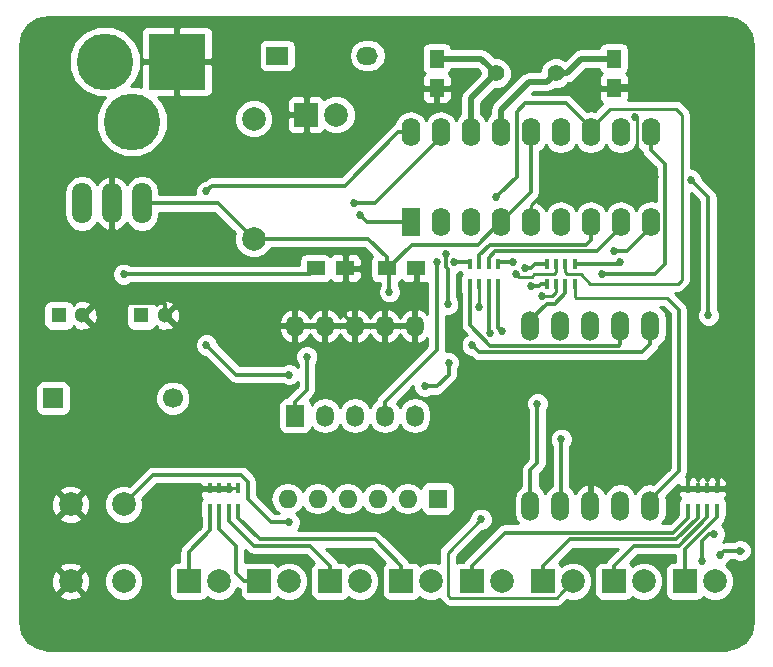
<source format=gtl>
G04 #@! TF.FileFunction,Copper,L1,Top,Signal*
%FSLAX46Y46*%
G04 Gerber Fmt 4.6, Leading zero omitted, Abs format (unit mm)*
G04 Created by KiCad (PCBNEW 4.0.5-e0-6337~49~ubuntu16.04.1) date Mon Jan 30 13:11:42 2017*
%MOMM*%
%LPD*%
G01*
G04 APERTURE LIST*
%ADD10C,0.100000*%
%ADD11O,1.524000X2.524000*%
%ADD12R,1.250000X1.500000*%
%ADD13R,1.500000X1.250000*%
%ADD14R,1.300000X1.300000*%
%ADD15C,1.300000*%
%ADD16C,4.800000*%
%ADD17R,4.800000X4.800000*%
%ADD18C,1.699260*%
%ADD19R,1.699260X1.699260*%
%ADD20R,2.000000X2.000000*%
%ADD21C,2.000000*%
%ADD22C,1.998980*%
%ADD23R,0.400000X0.900000*%
%ADD24R,1.824000X1.524000*%
%ADD25O,1.824000X1.524000*%
%ADD26R,1.524000X1.824000*%
%ADD27O,1.524000X1.824000*%
%ADD28R,1.600000X2.400000*%
%ADD29O,1.600000X2.400000*%
%ADD30C,1.422400*%
%ADD31R,1.600000X1.600000*%
%ADD32O,1.600000X1.600000*%
%ADD33O,1.699260X3.500120*%
%ADD34C,0.685800*%
%ADD35C,0.300000*%
%ADD36C,0.254000*%
%ADD37C,0.500000*%
G04 APERTURE END LIST*
D10*
D11*
X176420000Y-133620000D03*
X178960000Y-133620000D03*
X181500000Y-133620000D03*
X184040000Y-133620000D03*
X186580000Y-133620000D03*
X186580000Y-118380000D03*
X184040000Y-118380000D03*
X181500000Y-118380000D03*
X178960000Y-118380000D03*
X176420000Y-118380000D03*
D12*
X168500000Y-95750000D03*
X168500000Y-98250000D03*
X183500000Y-95750000D03*
X183500000Y-98250000D03*
D13*
X158250000Y-113500000D03*
X160750000Y-113500000D03*
D14*
X136500000Y-117500000D03*
D15*
X138500000Y-117500000D03*
D14*
X143500000Y-117500000D03*
D15*
X145500000Y-117500000D03*
D13*
X166750000Y-113500000D03*
X164250000Y-113500000D03*
D16*
X140400000Y-96000000D03*
D17*
X146500000Y-96000000D03*
D16*
X142690000Y-101080000D03*
D18*
X146160520Y-124497460D03*
D19*
X136000520Y-124497460D03*
D20*
X157460000Y-100500000D03*
D21*
X160000000Y-100500000D03*
D20*
X147500000Y-140000000D03*
D21*
X150040000Y-140000000D03*
D20*
X153460000Y-140000000D03*
D21*
X156000000Y-140000000D03*
D20*
X159460000Y-140000000D03*
D21*
X162000000Y-140000000D03*
D20*
X165500000Y-140000000D03*
D21*
X168040000Y-140000000D03*
D20*
X171460000Y-140000000D03*
D21*
X174000000Y-140000000D03*
D20*
X177500000Y-140000000D03*
D21*
X180040000Y-140000000D03*
D20*
X183500000Y-140000000D03*
D21*
X186040000Y-140000000D03*
D20*
X189500000Y-140000000D03*
D21*
X192040000Y-140000000D03*
D22*
X153000000Y-111000000D03*
X153000000Y-100840000D03*
D23*
X172100000Y-114850000D03*
X172900000Y-114850000D03*
X171300000Y-114850000D03*
X173700000Y-114850000D03*
X171300000Y-113150000D03*
X172100000Y-113150000D03*
X172900000Y-113150000D03*
X173700000Y-113150000D03*
X178600000Y-114850000D03*
X179400000Y-114850000D03*
X177800000Y-114850000D03*
X180200000Y-114850000D03*
X177800000Y-113150000D03*
X178600000Y-113150000D03*
X179400000Y-113150000D03*
X180200000Y-113150000D03*
X150100000Y-133850000D03*
X150900000Y-133850000D03*
X149300000Y-133850000D03*
X151700000Y-133850000D03*
X149300000Y-132150000D03*
X150100000Y-132150000D03*
X150900000Y-132150000D03*
X151700000Y-132150000D03*
X190600000Y-133850000D03*
X191400000Y-133850000D03*
X189800000Y-133850000D03*
X192200000Y-133850000D03*
X189800000Y-132150000D03*
X190600000Y-132150000D03*
X191400000Y-132150000D03*
X192200000Y-132150000D03*
D24*
X155000000Y-95500000D03*
D25*
X162620000Y-95500000D03*
D21*
X137500000Y-133500000D03*
X142000000Y-133500000D03*
X137500000Y-140000000D03*
X142000000Y-140000000D03*
D26*
X156500000Y-126000000D03*
D27*
X156500000Y-118380000D03*
X159040000Y-126000000D03*
X159040000Y-118380000D03*
X161580000Y-126000000D03*
X161580000Y-118380000D03*
X164120000Y-126000000D03*
X164120000Y-118380000D03*
X166660000Y-126000000D03*
X166660000Y-118380000D03*
D28*
X166300000Y-109620000D03*
D29*
X186620000Y-102000000D03*
X168840000Y-109620000D03*
X184080000Y-102000000D03*
X171380000Y-109620000D03*
X181540000Y-102000000D03*
X173920000Y-109620000D03*
X179000000Y-102000000D03*
X176460000Y-109620000D03*
X176460000Y-102000000D03*
X179000000Y-109620000D03*
X173920000Y-102000000D03*
X181540000Y-109620000D03*
X171380000Y-102000000D03*
X184080000Y-109620000D03*
X168840000Y-102000000D03*
X186620000Y-109620000D03*
X166300000Y-102000000D03*
D30*
X173500000Y-97000000D03*
X178580000Y-97000000D03*
D31*
X168580000Y-133000000D03*
D32*
X166040000Y-133000000D03*
X163500000Y-133000000D03*
X160960000Y-133000000D03*
X158420000Y-133000000D03*
X155880000Y-133000000D03*
D33*
X141000000Y-108000000D03*
X138460000Y-108000000D03*
X143540000Y-108000000D03*
D34*
X177028139Y-124971861D03*
X176500000Y-115000000D03*
X179028139Y-127971861D03*
X174000000Y-118838308D03*
X185750000Y-98000000D03*
X185258010Y-100723900D03*
X183750000Y-129000000D03*
X194937801Y-128085198D03*
X187000000Y-105750000D03*
X173028139Y-118971861D03*
X172046900Y-116750000D03*
X171500000Y-120000000D03*
X177407017Y-115864843D03*
X142000000Y-114000000D03*
X164500000Y-115500000D03*
X170000000Y-113000000D03*
X175000000Y-113000000D03*
X183500000Y-112000000D03*
X176000000Y-113500000D03*
X182500000Y-114000000D03*
X190000000Y-106000000D03*
X191500000Y-117500000D03*
X172250000Y-134750000D03*
X175218037Y-114021308D03*
X194190901Y-137404001D03*
X192500000Y-137746900D03*
X173500000Y-107500036D03*
X184000000Y-113000000D03*
X192000000Y-136000000D03*
X191000000Y-138300910D03*
X169274992Y-112320489D03*
X169448260Y-116551740D03*
X169500000Y-121500000D03*
X167500000Y-123500000D03*
X156000000Y-135000000D03*
X168500000Y-113000000D03*
X162000000Y-109000000D03*
X156000000Y-122500000D03*
X149000000Y-120000000D03*
X149000000Y-107000000D03*
X161500000Y-108000000D03*
X157500000Y-121000000D03*
D35*
X177028139Y-129971861D02*
X176420000Y-130580000D01*
X176420000Y-130580000D02*
X176420000Y-133620000D01*
X177028139Y-124971861D02*
X177028139Y-129971861D01*
X177150000Y-115000000D02*
X176500000Y-115000000D01*
X177800000Y-114850000D02*
X177300000Y-114850000D01*
X177300000Y-114850000D02*
X177150000Y-115000000D01*
X179028139Y-127971861D02*
X179028139Y-133551861D01*
X179028139Y-133551861D02*
X178960000Y-133620000D01*
X173700000Y-114850000D02*
X173700000Y-118538308D01*
X173700000Y-118538308D02*
X174000000Y-118838308D01*
D36*
X185750000Y-98000000D02*
X183750000Y-98000000D01*
X183750000Y-98000000D02*
X183500000Y-98250000D01*
X185438990Y-100688990D02*
X185258010Y-100723900D01*
X185258010Y-100508010D02*
X185258010Y-100723900D01*
X187000000Y-105250000D02*
X185438990Y-103688990D01*
X185438990Y-103688990D02*
X185438990Y-100688990D01*
X187000000Y-105750000D02*
X187000000Y-105250000D01*
X183407101Y-129842899D02*
X181500000Y-131750000D01*
X181500000Y-131750000D02*
X181500000Y-133620000D01*
X183750000Y-129000000D02*
X183407101Y-129342899D01*
X183407101Y-129342899D02*
X183407101Y-129842899D01*
X185500000Y-107250000D02*
X187000000Y-105750000D01*
X177376000Y-107250000D02*
X185500000Y-107250000D01*
X176460000Y-109620000D02*
X176460000Y-108166000D01*
X176460000Y-108166000D02*
X177376000Y-107250000D01*
X150900000Y-132150000D02*
X151700000Y-132150000D01*
D35*
X138500000Y-117500000D02*
X141000000Y-115000000D01*
X141000000Y-115000000D02*
X141000000Y-108000000D01*
X145500000Y-116500000D02*
X145445999Y-116445999D01*
X145445999Y-116445999D02*
X139554001Y-116445999D01*
X139554001Y-116445999D02*
X139149999Y-116850001D01*
X139149999Y-116850001D02*
X138500000Y-117500000D01*
X145500000Y-117500000D02*
X145500000Y-116500000D01*
X156500000Y-118380000D02*
X146380000Y-118380000D01*
X146380000Y-118380000D02*
X145500000Y-117500000D01*
X166750000Y-113500000D02*
X166750000Y-118290000D01*
X166750000Y-118290000D02*
X166660000Y-118380000D01*
X160750000Y-113500000D02*
X160750000Y-117550000D01*
X160750000Y-117550000D02*
X161580000Y-118380000D01*
X164120000Y-118380000D02*
X166660000Y-118380000D01*
X161580000Y-118380000D02*
X164120000Y-118380000D01*
X159040000Y-118380000D02*
X161580000Y-118380000D01*
X156500000Y-118380000D02*
X159040000Y-118380000D01*
X172900000Y-118892000D02*
X172979861Y-118971861D01*
X172979861Y-118971861D02*
X173028139Y-118971861D01*
X172900000Y-114850000D02*
X172900000Y-118892000D01*
D36*
X189000000Y-117000000D02*
X188000000Y-116000000D01*
X188000000Y-116000000D02*
X180250000Y-116000000D01*
X180250000Y-116000000D02*
X180200000Y-115950000D01*
X180200000Y-115950000D02*
X180200000Y-114850000D01*
D35*
X186580000Y-133620000D02*
X186580000Y-133120000D01*
X186580000Y-133120000D02*
X189000000Y-130700000D01*
X189000000Y-130700000D02*
X189000000Y-117000000D01*
D36*
X172046900Y-116750000D02*
X172046900Y-114903100D01*
X172046900Y-114903100D02*
X172100000Y-114850000D01*
D35*
X172100020Y-120600020D02*
X171500000Y-120000000D01*
X186580000Y-118380000D02*
X186580000Y-119942000D01*
X186580000Y-119942000D02*
X185921980Y-120600020D01*
X185921980Y-120600020D02*
X172100020Y-120600020D01*
X173046010Y-120046010D02*
X171300000Y-118300000D01*
X171300000Y-118300000D02*
X171300000Y-114850000D01*
X184040000Y-118380000D02*
X184040000Y-119942000D01*
X184040000Y-119942000D02*
X183935990Y-120046010D01*
X183935990Y-120046010D02*
X173046010Y-120046010D01*
D36*
X177407017Y-115864843D02*
X178289157Y-115864843D01*
X178289157Y-115864843D02*
X178600000Y-115554000D01*
X178600000Y-115554000D02*
X178600000Y-114850000D01*
D35*
X177800000Y-116500000D02*
X178500000Y-116500000D01*
X179400000Y-115600000D02*
X179400000Y-114850000D01*
X178500000Y-116500000D02*
X179400000Y-115600000D01*
X176420000Y-118380000D02*
X176420000Y-117880000D01*
X176420000Y-117880000D02*
X177800000Y-116500000D01*
D37*
X171380000Y-102000000D02*
X171380000Y-99120000D01*
X171380000Y-99120000D02*
X173500000Y-97000000D01*
X168500000Y-95750000D02*
X172250000Y-95750000D01*
X172250000Y-95750000D02*
X173500000Y-97000000D01*
X176288801Y-97711199D02*
X173920000Y-100080000D01*
X173920000Y-100080000D02*
X173920000Y-102000000D01*
X178580000Y-97000000D02*
X177868801Y-97711199D01*
X177868801Y-97711199D02*
X176288801Y-97711199D01*
X178580000Y-97000000D02*
X179500000Y-97000000D01*
X180750000Y-95750000D02*
X183500000Y-95750000D01*
X179500000Y-97000000D02*
X180750000Y-95750000D01*
D35*
X142000000Y-114000000D02*
X157750000Y-114000000D01*
X157750000Y-114000000D02*
X158250000Y-113500000D01*
X172000000Y-111500000D02*
X166375000Y-111500000D01*
X166375000Y-111500000D02*
X164375000Y-113500000D01*
X164375000Y-113500000D02*
X164250000Y-113500000D01*
X173920000Y-109620000D02*
X173880000Y-109620000D01*
X173880000Y-109620000D02*
X172000000Y-111500000D01*
X153000000Y-111000000D02*
X162675000Y-111000000D01*
X162675000Y-111000000D02*
X164250000Y-112575000D01*
X164250000Y-112575000D02*
X164250000Y-113500000D01*
X143540000Y-108000000D02*
X150000000Y-108000000D01*
X150000000Y-108000000D02*
X153000000Y-111000000D01*
X164500000Y-115500000D02*
X164500000Y-113750000D01*
X164500000Y-113750000D02*
X164250000Y-113500000D01*
X176460000Y-102000000D02*
X176460000Y-107080000D01*
X176460000Y-107080000D02*
X173920000Y-109620000D01*
X149300000Y-135700000D02*
X147500000Y-137500000D01*
X147500000Y-137500000D02*
X147500000Y-140000000D01*
X149300000Y-133850000D02*
X149300000Y-135700000D01*
X170000000Y-113000000D02*
X171150000Y-113000000D01*
X171150000Y-113000000D02*
X171300000Y-113150000D01*
X179000000Y-110020000D02*
X179000000Y-109620000D01*
X151500000Y-137000000D02*
X150100000Y-135600000D01*
X150100000Y-135600000D02*
X150100000Y-133850000D01*
X151500000Y-139340000D02*
X151500000Y-137000000D01*
X153460000Y-140000000D02*
X152160000Y-140000000D01*
X152160000Y-140000000D02*
X151500000Y-139340000D01*
X181160000Y-111500000D02*
X173000000Y-111500000D01*
X173000000Y-111500000D02*
X172100000Y-112400000D01*
X172100000Y-112400000D02*
X172100000Y-113150000D01*
X181540000Y-109620000D02*
X181540000Y-111120000D01*
X181540000Y-111120000D02*
X181160000Y-111500000D01*
X153000000Y-137000000D02*
X150900000Y-134900000D01*
X150900000Y-134900000D02*
X150900000Y-133850000D01*
X157760000Y-137000000D02*
X153000000Y-137000000D01*
X159460000Y-140000000D02*
X159460000Y-138700000D01*
X159460000Y-138700000D02*
X157760000Y-137000000D01*
X173445990Y-112054010D02*
X182045990Y-112054010D01*
X182045990Y-112054010D02*
X184080000Y-110020000D01*
X184080000Y-110020000D02*
X184080000Y-109620000D01*
X172900000Y-113150000D02*
X172900000Y-112600000D01*
X172900000Y-112600000D02*
X173445990Y-112054010D01*
X151700000Y-133850000D02*
X151700000Y-134645990D01*
X151700000Y-134645990D02*
X153500000Y-136445990D01*
X153500000Y-136445990D02*
X163245990Y-136445990D01*
X163245990Y-136445990D02*
X165500000Y-138700000D01*
X165500000Y-138700000D02*
X165500000Y-140000000D01*
X175000000Y-113000000D02*
X173850000Y-113000000D01*
X173850000Y-113000000D02*
X173700000Y-113150000D01*
X184640000Y-112000000D02*
X183500000Y-112000000D01*
X186620000Y-109620000D02*
X186620000Y-110020000D01*
X186620000Y-110020000D02*
X184640000Y-112000000D01*
X189800000Y-134633024D02*
X188541043Y-135891981D01*
X188541043Y-135891981D02*
X174268019Y-135891981D01*
X174268019Y-135891981D02*
X171460000Y-138700000D01*
X171460000Y-138700000D02*
X171460000Y-140000000D01*
X189800000Y-133850000D02*
X189800000Y-134633024D01*
X176500000Y-113500000D02*
X176850000Y-113150000D01*
X176850000Y-113150000D02*
X177800000Y-113150000D01*
X176000000Y-113500000D02*
X176500000Y-113500000D01*
X182500000Y-114000000D02*
X182500000Y-114000000D01*
X187000000Y-114000000D02*
X182500000Y-114000000D01*
X186620000Y-102000000D02*
X186620000Y-103500000D01*
X186620000Y-103500000D02*
X187824010Y-104704010D01*
X187824010Y-113175990D02*
X187000000Y-114000000D01*
X187824010Y-104704010D02*
X187824010Y-113175990D01*
X191500000Y-117500000D02*
X191500000Y-107500000D01*
X191500000Y-107500000D02*
X190000000Y-106000000D01*
X190600000Y-134616512D02*
X188770521Y-136445991D01*
X188770521Y-136445991D02*
X179754009Y-136445991D01*
X179754009Y-136445991D02*
X177500000Y-138700000D01*
X177500000Y-138700000D02*
X177500000Y-140000000D01*
X190600000Y-133850000D02*
X190600000Y-134616512D01*
D36*
X169421001Y-141171001D02*
X169631001Y-141381001D01*
X169631001Y-141381001D02*
X178658999Y-141381001D01*
X178658999Y-141381001D02*
X179040001Y-140999999D01*
X179040001Y-140999999D02*
X180040000Y-140000000D01*
X172250000Y-134750000D02*
X169421001Y-137578999D01*
X169421001Y-137578999D02*
X169421001Y-141171001D01*
X175473901Y-114223901D02*
X175271308Y-114021308D01*
X175271308Y-114021308D02*
X175218037Y-114021308D01*
X178600000Y-113150000D02*
X178600000Y-113854000D01*
X178600000Y-113854000D02*
X178454000Y-114000000D01*
X178454000Y-114000000D02*
X176750961Y-114000000D01*
X176750961Y-114000000D02*
X176527060Y-114223901D01*
X176527060Y-114223901D02*
X175473901Y-114223901D01*
D35*
X192842899Y-137404001D02*
X194190901Y-137404001D01*
X194404001Y-137404001D02*
X194190901Y-137404001D01*
X192500000Y-137746900D02*
X192842899Y-137404001D01*
X189000000Y-137000000D02*
X185200000Y-137000000D01*
X185200000Y-137000000D02*
X183500000Y-138700000D01*
X183500000Y-138700000D02*
X183500000Y-140000000D01*
X191400000Y-133850000D02*
X191400000Y-134600000D01*
X191400000Y-134600000D02*
X189000000Y-137000000D01*
D36*
X188750000Y-100000000D02*
X183140000Y-100000000D01*
X183140000Y-100000000D02*
X181540000Y-101600000D01*
X181540000Y-101600000D02*
X181540000Y-102000000D01*
X189250000Y-100500000D02*
X188750000Y-100000000D01*
X189250000Y-102559800D02*
X189250000Y-100500000D01*
X189250000Y-114500000D02*
X189250000Y-102559800D01*
X188935802Y-114814198D02*
X189250000Y-114500000D01*
X181500000Y-114814198D02*
X188935802Y-114814198D01*
X179400000Y-113150000D02*
X179400000Y-113854000D01*
X179400000Y-113854000D02*
X179564999Y-114018999D01*
X179564999Y-114018999D02*
X180704801Y-114018999D01*
X180704801Y-114018999D02*
X181500000Y-114814198D01*
D35*
X173842899Y-107157137D02*
X173500000Y-107500036D01*
X175255990Y-100244010D02*
X175255990Y-105744046D01*
X176000000Y-99500000D02*
X175255990Y-100244010D01*
X179440000Y-99500000D02*
X176000000Y-99500000D01*
X181540000Y-101600000D02*
X179440000Y-99500000D01*
X175255990Y-105744046D02*
X173842899Y-107157137D01*
X192200000Y-133850000D02*
X192200000Y-134600000D01*
X192200000Y-134600000D02*
X189500000Y-137300000D01*
X189500000Y-137300000D02*
X189500000Y-140000000D01*
X183850000Y-113150000D02*
X184000000Y-113000000D01*
X180200000Y-113150000D02*
X183850000Y-113150000D01*
X191583488Y-136000000D02*
X192000000Y-136000000D01*
X191000000Y-138300910D02*
X191000000Y-136583488D01*
X191000000Y-136583488D02*
X191583488Y-136000000D01*
X169253099Y-112641487D02*
X169274992Y-112619594D01*
X169274992Y-112619594D02*
X169274992Y-112320489D01*
X169448260Y-116551740D02*
X169448260Y-113553674D01*
X169253099Y-113358513D02*
X169253099Y-112641487D01*
X169448260Y-113553674D02*
X169253099Y-113358513D01*
X168500000Y-123500000D02*
X169500000Y-122500000D01*
X169500000Y-122500000D02*
X169500000Y-121500000D01*
X167500000Y-123500000D02*
X168500000Y-123500000D01*
X151927202Y-131000000D02*
X144500000Y-131000000D01*
X144500000Y-131000000D02*
X142000000Y-133500000D01*
X152500000Y-133000000D02*
X152500000Y-131572798D01*
X152500000Y-131572798D02*
X151927202Y-131000000D01*
X154500000Y-135000000D02*
X152500000Y-133000000D01*
X156000000Y-135000000D02*
X154500000Y-135000000D01*
X168500000Y-120408000D02*
X168500000Y-113000000D01*
X164120000Y-126000000D02*
X164120000Y-124788000D01*
X164120000Y-124788000D02*
X168500000Y-120408000D01*
X162000000Y-109000000D02*
X162620000Y-109620000D01*
X162620000Y-109620000D02*
X166300000Y-109620000D01*
X156000000Y-122500000D02*
X151500000Y-122500000D01*
X151500000Y-122500000D02*
X149000000Y-120000000D01*
X160700000Y-106500000D02*
X149500000Y-106500000D01*
X149500000Y-106500000D02*
X149000000Y-107000000D01*
X166300000Y-102000000D02*
X165200000Y-102000000D01*
X165200000Y-102000000D02*
X160700000Y-106500000D01*
X161500000Y-108000000D02*
X163240000Y-108000000D01*
X163240000Y-108000000D02*
X168840000Y-102400000D01*
X168840000Y-102400000D02*
X168840000Y-102000000D01*
X157500000Y-123788000D02*
X157500000Y-121000000D01*
X156500000Y-126000000D02*
X156500000Y-124788000D01*
X156500000Y-124788000D02*
X157500000Y-123788000D01*
D36*
G36*
X193871023Y-92397167D02*
X194609439Y-92890561D01*
X195102833Y-93628977D01*
X195290000Y-94569931D01*
X195290000Y-143430069D01*
X195102833Y-144371023D01*
X194609439Y-145109439D01*
X193871023Y-145602833D01*
X192930069Y-145790000D01*
X135569931Y-145790000D01*
X134628977Y-145602833D01*
X133890561Y-145109439D01*
X133397167Y-144371023D01*
X133210000Y-143430069D01*
X133210000Y-141152532D01*
X136527073Y-141152532D01*
X136625736Y-141419387D01*
X137235461Y-141645908D01*
X137885460Y-141621856D01*
X138374264Y-141419387D01*
X138472927Y-141152532D01*
X137500000Y-140179605D01*
X136527073Y-141152532D01*
X133210000Y-141152532D01*
X133210000Y-139735461D01*
X135854092Y-139735461D01*
X135878144Y-140385460D01*
X136080613Y-140874264D01*
X136347468Y-140972927D01*
X137320395Y-140000000D01*
X137679605Y-140000000D01*
X138652532Y-140972927D01*
X138919387Y-140874264D01*
X139123893Y-140323795D01*
X140364716Y-140323795D01*
X140613106Y-140924943D01*
X141072637Y-141385278D01*
X141673352Y-141634716D01*
X142323795Y-141635284D01*
X142924943Y-141386894D01*
X143385278Y-140927363D01*
X143634716Y-140326648D01*
X143635284Y-139676205D01*
X143386894Y-139075057D01*
X142927363Y-138614722D01*
X142326648Y-138365284D01*
X141676205Y-138364716D01*
X141075057Y-138613106D01*
X140614722Y-139072637D01*
X140365284Y-139673352D01*
X140364716Y-140323795D01*
X139123893Y-140323795D01*
X139145908Y-140264539D01*
X139121856Y-139614540D01*
X138919387Y-139125736D01*
X138652532Y-139027073D01*
X137679605Y-140000000D01*
X137320395Y-140000000D01*
X136347468Y-139027073D01*
X136080613Y-139125736D01*
X135854092Y-139735461D01*
X133210000Y-139735461D01*
X133210000Y-138847468D01*
X136527073Y-138847468D01*
X137500000Y-139820395D01*
X138472927Y-138847468D01*
X138374264Y-138580613D01*
X137764539Y-138354092D01*
X137114540Y-138378144D01*
X136625736Y-138580613D01*
X136527073Y-138847468D01*
X133210000Y-138847468D01*
X133210000Y-134652532D01*
X136527073Y-134652532D01*
X136625736Y-134919387D01*
X137235461Y-135145908D01*
X137885460Y-135121856D01*
X138374264Y-134919387D01*
X138472927Y-134652532D01*
X137500000Y-133679605D01*
X136527073Y-134652532D01*
X133210000Y-134652532D01*
X133210000Y-133235461D01*
X135854092Y-133235461D01*
X135878144Y-133885460D01*
X136080613Y-134374264D01*
X136347468Y-134472927D01*
X137320395Y-133500000D01*
X137679605Y-133500000D01*
X138652532Y-134472927D01*
X138919387Y-134374264D01*
X139123893Y-133823795D01*
X140364716Y-133823795D01*
X140613106Y-134424943D01*
X141072637Y-134885278D01*
X141673352Y-135134716D01*
X142323795Y-135135284D01*
X142924943Y-134886894D01*
X143385278Y-134427363D01*
X143634716Y-133826648D01*
X143635284Y-133176205D01*
X143576418Y-133033740D01*
X144825158Y-131785000D01*
X148465000Y-131785000D01*
X148465000Y-131864250D01*
X148623750Y-132023000D01*
X149200000Y-132023000D01*
X149200000Y-132003000D01*
X149400000Y-132003000D01*
X149400000Y-132023000D01*
X150000000Y-132023000D01*
X150000000Y-132003000D01*
X150200000Y-132003000D01*
X150200000Y-132023000D01*
X150800000Y-132023000D01*
X150800000Y-132003000D01*
X151000000Y-132003000D01*
X151000000Y-132023000D01*
X151047000Y-132023000D01*
X151047000Y-132277000D01*
X151000000Y-132277000D01*
X151000000Y-132297000D01*
X150800000Y-132297000D01*
X150800000Y-132277000D01*
X150200000Y-132277000D01*
X150200000Y-132297000D01*
X150000000Y-132297000D01*
X150000000Y-132277000D01*
X149400000Y-132277000D01*
X149400000Y-132297000D01*
X149200000Y-132297000D01*
X149200000Y-132277000D01*
X148623750Y-132277000D01*
X148465000Y-132435750D01*
X148465000Y-132726309D01*
X148561673Y-132959698D01*
X148603634Y-133001660D01*
X148503569Y-133148110D01*
X148452560Y-133400000D01*
X148452560Y-134300000D01*
X148496838Y-134535317D01*
X148515000Y-134563542D01*
X148515000Y-135374842D01*
X146944921Y-136944921D01*
X146774755Y-137199593D01*
X146725643Y-137446493D01*
X146715000Y-137500000D01*
X146715000Y-138352560D01*
X146500000Y-138352560D01*
X146264683Y-138396838D01*
X146048559Y-138535910D01*
X145903569Y-138748110D01*
X145852560Y-139000000D01*
X145852560Y-141000000D01*
X145896838Y-141235317D01*
X146035910Y-141451441D01*
X146248110Y-141596431D01*
X146500000Y-141647440D01*
X148500000Y-141647440D01*
X148735317Y-141603162D01*
X148951441Y-141464090D01*
X149048910Y-141321439D01*
X149112637Y-141385278D01*
X149713352Y-141634716D01*
X150363795Y-141635284D01*
X150964943Y-141386894D01*
X151425278Y-140927363D01*
X151587215Y-140537373D01*
X151604921Y-140555079D01*
X151812560Y-140693819D01*
X151812560Y-141000000D01*
X151856838Y-141235317D01*
X151995910Y-141451441D01*
X152208110Y-141596431D01*
X152460000Y-141647440D01*
X154460000Y-141647440D01*
X154695317Y-141603162D01*
X154911441Y-141464090D01*
X155008910Y-141321439D01*
X155072637Y-141385278D01*
X155673352Y-141634716D01*
X156323795Y-141635284D01*
X156924943Y-141386894D01*
X157385278Y-140927363D01*
X157634716Y-140326648D01*
X157635284Y-139676205D01*
X157386894Y-139075057D01*
X156927363Y-138614722D01*
X156326648Y-138365284D01*
X155676205Y-138364716D01*
X155075057Y-138613106D01*
X155008426Y-138679621D01*
X154924090Y-138548559D01*
X154711890Y-138403569D01*
X154460000Y-138352560D01*
X152460000Y-138352560D01*
X152285000Y-138385489D01*
X152285000Y-137395157D01*
X152444919Y-137555076D01*
X152444921Y-137555079D01*
X152699594Y-137725245D01*
X153000000Y-137785000D01*
X157434842Y-137785000D01*
X158116375Y-138466533D01*
X158008559Y-138535910D01*
X157863569Y-138748110D01*
X157812560Y-139000000D01*
X157812560Y-141000000D01*
X157856838Y-141235317D01*
X157995910Y-141451441D01*
X158208110Y-141596431D01*
X158460000Y-141647440D01*
X160460000Y-141647440D01*
X160695317Y-141603162D01*
X160911441Y-141464090D01*
X161008910Y-141321439D01*
X161072637Y-141385278D01*
X161673352Y-141634716D01*
X162323795Y-141635284D01*
X162924943Y-141386894D01*
X163385278Y-140927363D01*
X163634716Y-140326648D01*
X163635284Y-139676205D01*
X163386894Y-139075057D01*
X162927363Y-138614722D01*
X162326648Y-138365284D01*
X161676205Y-138364716D01*
X161075057Y-138613106D01*
X161008426Y-138679621D01*
X160924090Y-138548559D01*
X160711890Y-138403569D01*
X160460000Y-138352560D01*
X160153819Y-138352560D01*
X160015079Y-138144921D01*
X159101148Y-137230990D01*
X162920832Y-137230990D01*
X164156375Y-138466532D01*
X164048559Y-138535910D01*
X163903569Y-138748110D01*
X163852560Y-139000000D01*
X163852560Y-141000000D01*
X163896838Y-141235317D01*
X164035910Y-141451441D01*
X164248110Y-141596431D01*
X164500000Y-141647440D01*
X166500000Y-141647440D01*
X166735317Y-141603162D01*
X166951441Y-141464090D01*
X167048910Y-141321439D01*
X167112637Y-141385278D01*
X167713352Y-141634716D01*
X168363795Y-141635284D01*
X168731003Y-141483556D01*
X168810922Y-141603162D01*
X168882186Y-141709816D01*
X169092186Y-141919816D01*
X169339396Y-142084997D01*
X169631001Y-142143001D01*
X178658999Y-142143001D01*
X178950604Y-142084997D01*
X179197814Y-141919816D01*
X179550526Y-141567105D01*
X179713352Y-141634716D01*
X180363795Y-141635284D01*
X180964943Y-141386894D01*
X181425278Y-140927363D01*
X181674716Y-140326648D01*
X181675284Y-139676205D01*
X181426894Y-139075057D01*
X180967363Y-138614722D01*
X180366648Y-138365284D01*
X179716205Y-138364716D01*
X179115057Y-138613106D01*
X179048426Y-138679621D01*
X178964090Y-138548559D01*
X178843794Y-138466364D01*
X180079167Y-137230991D01*
X183858851Y-137230991D01*
X182944921Y-138144921D01*
X182806181Y-138352560D01*
X182500000Y-138352560D01*
X182264683Y-138396838D01*
X182048559Y-138535910D01*
X181903569Y-138748110D01*
X181852560Y-139000000D01*
X181852560Y-141000000D01*
X181896838Y-141235317D01*
X182035910Y-141451441D01*
X182248110Y-141596431D01*
X182500000Y-141647440D01*
X184500000Y-141647440D01*
X184735317Y-141603162D01*
X184951441Y-141464090D01*
X185048910Y-141321439D01*
X185112637Y-141385278D01*
X185713352Y-141634716D01*
X186363795Y-141635284D01*
X186964943Y-141386894D01*
X187425278Y-140927363D01*
X187674716Y-140326648D01*
X187675284Y-139676205D01*
X187426894Y-139075057D01*
X186967363Y-138614722D01*
X186366648Y-138365284D01*
X185716205Y-138364716D01*
X185115057Y-138613106D01*
X185048426Y-138679621D01*
X184964090Y-138548559D01*
X184843794Y-138466364D01*
X185525158Y-137785000D01*
X188715000Y-137785000D01*
X188715000Y-138352560D01*
X188500000Y-138352560D01*
X188264683Y-138396838D01*
X188048559Y-138535910D01*
X187903569Y-138748110D01*
X187852560Y-139000000D01*
X187852560Y-141000000D01*
X187896838Y-141235317D01*
X188035910Y-141451441D01*
X188248110Y-141596431D01*
X188500000Y-141647440D01*
X190500000Y-141647440D01*
X190735317Y-141603162D01*
X190951441Y-141464090D01*
X191048910Y-141321439D01*
X191112637Y-141385278D01*
X191713352Y-141634716D01*
X192363795Y-141635284D01*
X192964943Y-141386894D01*
X193425278Y-140927363D01*
X193674716Y-140326648D01*
X193675284Y-139676205D01*
X193426894Y-139075057D01*
X192967363Y-138614722D01*
X192963931Y-138613297D01*
X193053212Y-138576407D01*
X193328540Y-138301559D01*
X193375278Y-138189001D01*
X193592778Y-138189001D01*
X193636242Y-138232541D01*
X193995531Y-138381731D01*
X194384564Y-138382070D01*
X194744113Y-138233508D01*
X195019441Y-137958660D01*
X195118072Y-137721130D01*
X195129246Y-137704407D01*
X195133135Y-137684854D01*
X195168631Y-137599371D01*
X195168712Y-137505998D01*
X195189001Y-137404001D01*
X195168889Y-137302894D01*
X195168970Y-137210338D01*
X195133313Y-137124041D01*
X195129246Y-137103595D01*
X195117765Y-137086413D01*
X195020408Y-136850789D01*
X194745560Y-136575461D01*
X194386271Y-136426271D01*
X193997238Y-136425932D01*
X193637689Y-136574494D01*
X193593104Y-136619001D01*
X192842899Y-136619001D01*
X192744473Y-136638579D01*
X192828540Y-136554659D01*
X192977730Y-136195370D01*
X192978069Y-135806337D01*
X192829507Y-135446788D01*
X192646598Y-135263560D01*
X192755079Y-135155079D01*
X192925245Y-134900406D01*
X192985001Y-134600000D01*
X192985000Y-134599995D01*
X192985000Y-134568620D01*
X192996431Y-134551890D01*
X193047440Y-134300000D01*
X193047440Y-133400000D01*
X193003162Y-133164683D01*
X192897518Y-133000507D01*
X192938327Y-132959698D01*
X193035000Y-132726309D01*
X193035000Y-132435750D01*
X192876250Y-132277000D01*
X192300000Y-132277000D01*
X192300000Y-132297000D01*
X192100000Y-132297000D01*
X192100000Y-132277000D01*
X191500000Y-132277000D01*
X191500000Y-132297000D01*
X191300000Y-132297000D01*
X191300000Y-132277000D01*
X190700000Y-132277000D01*
X190700000Y-132297000D01*
X190500000Y-132297000D01*
X190500000Y-132277000D01*
X189900000Y-132277000D01*
X189900000Y-132297000D01*
X189700000Y-132297000D01*
X189700000Y-132277000D01*
X189123750Y-132277000D01*
X188965000Y-132435750D01*
X188965000Y-132726309D01*
X189061673Y-132959698D01*
X189103634Y-133001660D01*
X189003569Y-133148110D01*
X188952560Y-133400000D01*
X188952560Y-134300000D01*
X188963694Y-134359172D01*
X188215885Y-135106981D01*
X187593226Y-135106981D01*
X187870660Y-134691773D01*
X187977000Y-134157164D01*
X187977000Y-133082836D01*
X187935576Y-132874582D01*
X188965000Y-131845158D01*
X188965000Y-131864250D01*
X189123750Y-132023000D01*
X189700000Y-132023000D01*
X189700000Y-131573691D01*
X189765000Y-131573691D01*
X189765000Y-131864250D01*
X189900000Y-131999250D01*
X189900000Y-132023000D01*
X190500000Y-132023000D01*
X190500000Y-131999250D01*
X190600000Y-131899250D01*
X190700000Y-131999250D01*
X190700000Y-132023000D01*
X191300000Y-132023000D01*
X191300000Y-131999250D01*
X191400000Y-131899250D01*
X191500000Y-131999250D01*
X191500000Y-132023000D01*
X192100000Y-132023000D01*
X192100000Y-131999250D01*
X192235000Y-131864250D01*
X192235000Y-131573691D01*
X192138327Y-131340302D01*
X192100000Y-131301975D01*
X192100000Y-131223750D01*
X192300000Y-131223750D01*
X192300000Y-132023000D01*
X192876250Y-132023000D01*
X193035000Y-131864250D01*
X193035000Y-131573691D01*
X192938327Y-131340302D01*
X192759699Y-131161673D01*
X192526310Y-131065000D01*
X192458750Y-131065000D01*
X192300000Y-131223750D01*
X192100000Y-131223750D01*
X191941250Y-131065000D01*
X191873690Y-131065000D01*
X191800000Y-131095523D01*
X191726310Y-131065000D01*
X191658750Y-131065000D01*
X191500000Y-131223750D01*
X191500000Y-131301975D01*
X191461673Y-131340302D01*
X191400000Y-131489194D01*
X191338327Y-131340302D01*
X191300000Y-131301975D01*
X191300000Y-131223750D01*
X191141250Y-131065000D01*
X191073690Y-131065000D01*
X191000000Y-131095523D01*
X190926310Y-131065000D01*
X190858750Y-131065000D01*
X190700000Y-131223750D01*
X190700000Y-131301975D01*
X190661673Y-131340302D01*
X190600000Y-131489194D01*
X190538327Y-131340302D01*
X190500000Y-131301975D01*
X190500000Y-131223750D01*
X190341250Y-131065000D01*
X190273690Y-131065000D01*
X190200000Y-131095523D01*
X190126310Y-131065000D01*
X190058750Y-131065000D01*
X189900000Y-131223750D01*
X189900000Y-131301975D01*
X189861673Y-131340302D01*
X189765000Y-131573691D01*
X189700000Y-131573691D01*
X189700000Y-131223750D01*
X189625675Y-131149425D01*
X189725245Y-131000406D01*
X189785000Y-130700000D01*
X189785000Y-117000000D01*
X189725245Y-116699594D01*
X189555079Y-116444921D01*
X189457054Y-116379423D01*
X188653828Y-115576198D01*
X188935802Y-115576198D01*
X189227407Y-115518194D01*
X189474617Y-115353013D01*
X189788815Y-115038815D01*
X189953996Y-114791605D01*
X189960283Y-114760000D01*
X190012000Y-114500000D01*
X190012000Y-107122158D01*
X190715000Y-107825158D01*
X190715000Y-116901877D01*
X190671460Y-116945341D01*
X190522270Y-117304630D01*
X190521931Y-117693663D01*
X190670493Y-118053212D01*
X190945341Y-118328540D01*
X191304630Y-118477730D01*
X191693663Y-118478069D01*
X192053212Y-118329507D01*
X192328540Y-118054659D01*
X192477730Y-117695370D01*
X192478069Y-117306337D01*
X192329507Y-116946788D01*
X192285000Y-116902203D01*
X192285000Y-107500000D01*
X192245298Y-107300407D01*
X192225245Y-107199593D01*
X192055079Y-106944921D01*
X190978015Y-105867857D01*
X190978069Y-105806337D01*
X190829507Y-105446788D01*
X190554659Y-105171460D01*
X190195370Y-105022270D01*
X190012000Y-105022110D01*
X190012000Y-100500000D01*
X189953996Y-100208395D01*
X189868205Y-100080000D01*
X189788816Y-99961185D01*
X189288815Y-99461185D01*
X189157871Y-99373691D01*
X189041605Y-99296004D01*
X188750000Y-99238000D01*
X184713736Y-99238000D01*
X184760000Y-99126309D01*
X184760000Y-98535750D01*
X184601250Y-98377000D01*
X183627000Y-98377000D01*
X183627000Y-98397000D01*
X183373000Y-98397000D01*
X183373000Y-98377000D01*
X182398750Y-98377000D01*
X182240000Y-98535750D01*
X182240000Y-99126309D01*
X182336673Y-99359698D01*
X182515301Y-99538327D01*
X182521482Y-99540887D01*
X181868064Y-100194306D01*
X181540000Y-100129050D01*
X181239067Y-100188909D01*
X179995079Y-98944921D01*
X179740407Y-98774755D01*
X179440000Y-98715000D01*
X176536579Y-98715000D01*
X176655380Y-98596199D01*
X177868796Y-98596199D01*
X177868801Y-98596200D01*
X178172697Y-98535750D01*
X178207476Y-98528832D01*
X178480934Y-98346114D01*
X178846601Y-98346434D01*
X179341565Y-98141919D01*
X179623551Y-97860425D01*
X179782484Y-97828810D01*
X179838675Y-97817633D01*
X180125790Y-97625790D01*
X180125791Y-97625789D01*
X181116579Y-96635000D01*
X182252962Y-96635000D01*
X182271838Y-96735317D01*
X182410910Y-96951441D01*
X182479006Y-96997969D01*
X182336673Y-97140302D01*
X182240000Y-97373691D01*
X182240000Y-97964250D01*
X182398750Y-98123000D01*
X183373000Y-98123000D01*
X183373000Y-98103000D01*
X183627000Y-98103000D01*
X183627000Y-98123000D01*
X184601250Y-98123000D01*
X184760000Y-97964250D01*
X184760000Y-97373691D01*
X184663327Y-97140302D01*
X184522090Y-96999064D01*
X184576441Y-96964090D01*
X184721431Y-96751890D01*
X184772440Y-96500000D01*
X184772440Y-95000000D01*
X184728162Y-94764683D01*
X184589090Y-94548559D01*
X184376890Y-94403569D01*
X184125000Y-94352560D01*
X182875000Y-94352560D01*
X182639683Y-94396838D01*
X182423559Y-94535910D01*
X182278569Y-94748110D01*
X182254898Y-94865000D01*
X180750005Y-94865000D01*
X180750000Y-94864999D01*
X180467516Y-94921190D01*
X180411325Y-94932367D01*
X180124210Y-95124210D01*
X180124208Y-95124213D01*
X179366263Y-95882158D01*
X179343557Y-95859412D01*
X178848951Y-95654034D01*
X178313399Y-95653566D01*
X177818435Y-95858081D01*
X177439412Y-96236443D01*
X177234034Y-96731049D01*
X177233951Y-96826199D01*
X176288806Y-96826199D01*
X176288801Y-96826198D01*
X175950127Y-96893565D01*
X175863509Y-96951441D01*
X175663011Y-97085409D01*
X175663009Y-97085412D01*
X173294210Y-99454210D01*
X173102367Y-99741325D01*
X173102367Y-99741326D01*
X173034999Y-100080000D01*
X173035000Y-100080005D01*
X173035000Y-100462690D01*
X172905302Y-100549352D01*
X172650000Y-100931438D01*
X172394698Y-100549352D01*
X172265000Y-100462690D01*
X172265000Y-99486580D01*
X173405461Y-98346118D01*
X173766601Y-98346434D01*
X174261565Y-98141919D01*
X174640588Y-97763557D01*
X174845966Y-97268951D01*
X174846434Y-96733399D01*
X174641919Y-96238435D01*
X174263557Y-95859412D01*
X173768951Y-95654034D01*
X173405296Y-95653716D01*
X172875790Y-95124210D01*
X172588675Y-94932367D01*
X172532484Y-94921190D01*
X172250000Y-94864999D01*
X172249995Y-94865000D01*
X169747038Y-94865000D01*
X169728162Y-94764683D01*
X169589090Y-94548559D01*
X169376890Y-94403569D01*
X169125000Y-94352560D01*
X167875000Y-94352560D01*
X167639683Y-94396838D01*
X167423559Y-94535910D01*
X167278569Y-94748110D01*
X167227560Y-95000000D01*
X167227560Y-96500000D01*
X167271838Y-96735317D01*
X167410910Y-96951441D01*
X167479006Y-96997969D01*
X167336673Y-97140302D01*
X167240000Y-97373691D01*
X167240000Y-97964250D01*
X167398750Y-98123000D01*
X168373000Y-98123000D01*
X168373000Y-98103000D01*
X168627000Y-98103000D01*
X168627000Y-98123000D01*
X169601250Y-98123000D01*
X169760000Y-97964250D01*
X169760000Y-97373691D01*
X169663327Y-97140302D01*
X169522090Y-96999064D01*
X169576441Y-96964090D01*
X169721431Y-96751890D01*
X169745102Y-96635000D01*
X171883420Y-96635000D01*
X172153882Y-96905461D01*
X172153716Y-97094704D01*
X170754210Y-98494210D01*
X170562367Y-98781325D01*
X170562367Y-98781326D01*
X170494999Y-99120000D01*
X170495000Y-99120005D01*
X170495000Y-100462690D01*
X170365302Y-100549352D01*
X170110000Y-100931438D01*
X169854698Y-100549352D01*
X169389151Y-100238283D01*
X168840000Y-100129050D01*
X168290849Y-100238283D01*
X167825302Y-100549352D01*
X167570000Y-100931438D01*
X167314698Y-100549352D01*
X166849151Y-100238283D01*
X166300000Y-100129050D01*
X165750849Y-100238283D01*
X165285302Y-100549352D01*
X164974233Y-101014899D01*
X164923490Y-101270002D01*
X164899593Y-101274755D01*
X164644921Y-101444921D01*
X160374842Y-105715000D01*
X149500000Y-105715000D01*
X149199594Y-105774755D01*
X148944921Y-105944921D01*
X148867857Y-106021985D01*
X148806337Y-106021931D01*
X148446788Y-106170493D01*
X148171460Y-106445341D01*
X148022270Y-106804630D01*
X148021931Y-107193663D01*
X148030747Y-107215000D01*
X145024630Y-107215000D01*
X145024630Y-107052844D01*
X144911619Y-106484701D01*
X144589792Y-106003052D01*
X144108143Y-105681225D01*
X143540000Y-105568214D01*
X142971857Y-105681225D01*
X142490208Y-106003052D01*
X142264484Y-106340873D01*
X141959989Y-105959976D01*
X141450810Y-105679351D01*
X141356832Y-105658460D01*
X141127000Y-105779786D01*
X141127000Y-107873000D01*
X141147000Y-107873000D01*
X141147000Y-108127000D01*
X141127000Y-108127000D01*
X141127000Y-110220214D01*
X141356832Y-110341540D01*
X141450810Y-110320649D01*
X141959989Y-110040024D01*
X142264484Y-109659127D01*
X142490208Y-109996948D01*
X142971857Y-110318775D01*
X143540000Y-110431786D01*
X144108143Y-110318775D01*
X144589792Y-109996948D01*
X144911619Y-109515299D01*
X145024630Y-108947156D01*
X145024630Y-108785000D01*
X149674842Y-108785000D01*
X151423742Y-110533900D01*
X151365794Y-110673453D01*
X151365226Y-111323694D01*
X151613538Y-111924655D01*
X152072927Y-112384846D01*
X152673453Y-112634206D01*
X153323694Y-112634774D01*
X153924655Y-112386462D01*
X154384846Y-111927073D01*
X154443840Y-111785000D01*
X162349842Y-111785000D01*
X163019005Y-112454163D01*
X162903569Y-112623110D01*
X162852560Y-112875000D01*
X162852560Y-114125000D01*
X162896838Y-114360317D01*
X163035910Y-114576441D01*
X163248110Y-114721431D01*
X163500000Y-114772440D01*
X163715000Y-114772440D01*
X163715000Y-114901877D01*
X163671460Y-114945341D01*
X163522270Y-115304630D01*
X163521931Y-115693663D01*
X163670493Y-116053212D01*
X163945341Y-116328540D01*
X164304630Y-116477730D01*
X164693663Y-116478069D01*
X165053212Y-116329507D01*
X165328540Y-116054659D01*
X165477730Y-115695370D01*
X165478069Y-115306337D01*
X165329507Y-114946788D01*
X165285000Y-114902203D01*
X165285000Y-114696192D01*
X165451441Y-114589090D01*
X165497969Y-114520994D01*
X165640302Y-114663327D01*
X165873691Y-114760000D01*
X166464250Y-114760000D01*
X166623000Y-114601250D01*
X166623000Y-113627000D01*
X166603000Y-113627000D01*
X166603000Y-113373000D01*
X166623000Y-113373000D01*
X166623000Y-113353000D01*
X166877000Y-113353000D01*
X166877000Y-113373000D01*
X166897000Y-113373000D01*
X166897000Y-113627000D01*
X166877000Y-113627000D01*
X166877000Y-114601250D01*
X167035750Y-114760000D01*
X167626309Y-114760000D01*
X167715000Y-114723263D01*
X167715000Y-117352481D01*
X167500356Y-117112478D01*
X167008731Y-116875954D01*
X167003070Y-116875780D01*
X166787000Y-116998280D01*
X166787000Y-118253000D01*
X166807000Y-118253000D01*
X166807000Y-118507000D01*
X166787000Y-118507000D01*
X166787000Y-119761720D01*
X167003070Y-119884220D01*
X167008731Y-119884046D01*
X167500356Y-119647522D01*
X167715000Y-119407519D01*
X167715000Y-120082842D01*
X163564921Y-124232921D01*
X163394755Y-124487593D01*
X163367640Y-124623910D01*
X163356028Y-124682288D01*
X163132172Y-124831864D01*
X162850000Y-125254163D01*
X162567828Y-124831864D01*
X162114609Y-124529032D01*
X161580000Y-124422692D01*
X161045391Y-124529032D01*
X160592172Y-124831864D01*
X160310000Y-125254163D01*
X160027828Y-124831864D01*
X159574609Y-124529032D01*
X159040000Y-124422692D01*
X158505391Y-124529032D01*
X158052172Y-124831864D01*
X157903197Y-125054821D01*
X157865162Y-124852683D01*
X157739993Y-124658165D01*
X158055079Y-124343079D01*
X158225245Y-124088406D01*
X158285001Y-123788000D01*
X158285000Y-123787995D01*
X158285000Y-121598123D01*
X158328540Y-121554659D01*
X158477730Y-121195370D01*
X158478069Y-120806337D01*
X158329507Y-120446788D01*
X158054659Y-120171460D01*
X157695370Y-120022270D01*
X157306337Y-120021931D01*
X156946788Y-120170493D01*
X156671460Y-120445341D01*
X156522270Y-120804630D01*
X156521931Y-121193663D01*
X156670493Y-121553212D01*
X156715000Y-121597797D01*
X156715000Y-121832081D01*
X156554659Y-121671460D01*
X156195370Y-121522270D01*
X155806337Y-121521931D01*
X155446788Y-121670493D01*
X155402203Y-121715000D01*
X151825158Y-121715000D01*
X149978015Y-119867857D01*
X149978069Y-119806337D01*
X149829507Y-119446788D01*
X149554659Y-119171460D01*
X149195370Y-119022270D01*
X148806337Y-119021931D01*
X148446788Y-119170493D01*
X148171460Y-119445341D01*
X148022270Y-119804630D01*
X148021931Y-120193663D01*
X148170493Y-120553212D01*
X148445341Y-120828540D01*
X148804630Y-120977730D01*
X148867627Y-120977785D01*
X150944921Y-123055079D01*
X151199594Y-123225245D01*
X151500000Y-123285000D01*
X155401877Y-123285000D01*
X155445341Y-123328540D01*
X155804630Y-123477730D01*
X156193663Y-123478069D01*
X156553212Y-123329507D01*
X156715000Y-123168001D01*
X156715000Y-123462842D01*
X155944921Y-124232921D01*
X155806181Y-124440560D01*
X155738000Y-124440560D01*
X155502683Y-124484838D01*
X155286559Y-124623910D01*
X155141569Y-124836110D01*
X155090560Y-125088000D01*
X155090560Y-126912000D01*
X155134838Y-127147317D01*
X155273910Y-127363441D01*
X155486110Y-127508431D01*
X155738000Y-127559440D01*
X157262000Y-127559440D01*
X157497317Y-127515162D01*
X157713441Y-127376090D01*
X157858431Y-127163890D01*
X157902832Y-126944633D01*
X158052172Y-127168136D01*
X158505391Y-127470968D01*
X159040000Y-127577308D01*
X159574609Y-127470968D01*
X160027828Y-127168136D01*
X160310000Y-126745837D01*
X160592172Y-127168136D01*
X161045391Y-127470968D01*
X161580000Y-127577308D01*
X162114609Y-127470968D01*
X162567828Y-127168136D01*
X162850000Y-126745837D01*
X163132172Y-127168136D01*
X163585391Y-127470968D01*
X164120000Y-127577308D01*
X164654609Y-127470968D01*
X165107828Y-127168136D01*
X165390000Y-126745837D01*
X165672172Y-127168136D01*
X166125391Y-127470968D01*
X166660000Y-127577308D01*
X167194609Y-127470968D01*
X167647828Y-127168136D01*
X167950660Y-126714917D01*
X168057000Y-126180308D01*
X168057000Y-125819692D01*
X167950660Y-125285083D01*
X167647828Y-124831864D01*
X167194609Y-124529032D01*
X166660000Y-124422692D01*
X166125391Y-124529032D01*
X165672172Y-124831864D01*
X165390000Y-125254163D01*
X165139257Y-124878901D01*
X166522103Y-123496055D01*
X166521931Y-123693663D01*
X166670493Y-124053212D01*
X166945341Y-124328540D01*
X167304630Y-124477730D01*
X167693663Y-124478069D01*
X168053212Y-124329507D01*
X168097797Y-124285000D01*
X168500000Y-124285000D01*
X168800407Y-124225245D01*
X169055079Y-124055079D01*
X170055079Y-123055079D01*
X170225245Y-122800406D01*
X170285001Y-122500000D01*
X170285000Y-122499995D01*
X170285000Y-122098123D01*
X170328540Y-122054659D01*
X170477730Y-121695370D01*
X170478069Y-121306337D01*
X170329507Y-120946788D01*
X170054659Y-120671460D01*
X169695370Y-120522270D01*
X169306337Y-120521931D01*
X169258397Y-120541739D01*
X169285000Y-120408000D01*
X169285000Y-117529498D01*
X169641923Y-117529809D01*
X170001472Y-117381247D01*
X170276800Y-117106399D01*
X170425990Y-116747110D01*
X170426329Y-116358077D01*
X170277767Y-115998528D01*
X170233260Y-115953943D01*
X170233260Y-113961708D01*
X170505725Y-113849128D01*
X170603759Y-114001477D01*
X170503569Y-114148110D01*
X170452560Y-114400000D01*
X170452560Y-115300000D01*
X170496838Y-115535317D01*
X170515000Y-115563542D01*
X170515000Y-118300000D01*
X170574755Y-118600407D01*
X170744921Y-118855079D01*
X171027136Y-119137294D01*
X170946788Y-119170493D01*
X170671460Y-119445341D01*
X170522270Y-119804630D01*
X170521931Y-120193663D01*
X170670493Y-120553212D01*
X170945341Y-120828540D01*
X171304630Y-120977730D01*
X171367627Y-120977785D01*
X171544941Y-121155099D01*
X171799614Y-121325265D01*
X172100020Y-121385020D01*
X185921980Y-121385020D01*
X186222387Y-121325265D01*
X186477059Y-121155099D01*
X187135079Y-120497079D01*
X187305245Y-120242406D01*
X187342400Y-120055619D01*
X187567828Y-119904992D01*
X187870660Y-119451773D01*
X187977000Y-118917164D01*
X187977000Y-117842836D01*
X187870660Y-117308227D01*
X187567828Y-116855008D01*
X187428632Y-116762000D01*
X187684370Y-116762000D01*
X188215000Y-117292631D01*
X188215000Y-130374842D01*
X186850250Y-131739592D01*
X186580000Y-131685836D01*
X186045391Y-131792176D01*
X185592172Y-132095008D01*
X185310000Y-132517307D01*
X185027828Y-132095008D01*
X184574609Y-131792176D01*
X184040000Y-131685836D01*
X183505391Y-131792176D01*
X183052172Y-132095008D01*
X182760702Y-132531222D01*
X182742059Y-132468059D01*
X182398026Y-132042370D01*
X181917277Y-131780740D01*
X181843070Y-131765780D01*
X181627000Y-131888280D01*
X181627000Y-133493000D01*
X181647000Y-133493000D01*
X181647000Y-133747000D01*
X181627000Y-133747000D01*
X181627000Y-133767000D01*
X181373000Y-133767000D01*
X181373000Y-133747000D01*
X181353000Y-133747000D01*
X181353000Y-133493000D01*
X181373000Y-133493000D01*
X181373000Y-131888280D01*
X181156930Y-131765780D01*
X181082723Y-131780740D01*
X180601974Y-132042370D01*
X180257941Y-132468059D01*
X180239298Y-132531222D01*
X179947828Y-132095008D01*
X179813139Y-132005011D01*
X179813139Y-128569984D01*
X179856679Y-128526520D01*
X180005869Y-128167231D01*
X180006208Y-127778198D01*
X179857646Y-127418649D01*
X179582798Y-127143321D01*
X179223509Y-126994131D01*
X178834476Y-126993792D01*
X178474927Y-127142354D01*
X178199599Y-127417202D01*
X178050409Y-127776491D01*
X178050070Y-128165524D01*
X178198632Y-128525073D01*
X178243139Y-128569658D01*
X178243139Y-131913953D01*
X177972172Y-132095008D01*
X177690000Y-132517307D01*
X177407828Y-132095008D01*
X177205000Y-131959482D01*
X177205000Y-130905158D01*
X177583218Y-130526940D01*
X177748489Y-130279593D01*
X177753384Y-130272267D01*
X177813139Y-129971861D01*
X177813139Y-125569984D01*
X177856679Y-125526520D01*
X178005869Y-125167231D01*
X178006208Y-124778198D01*
X177857646Y-124418649D01*
X177582798Y-124143321D01*
X177223509Y-123994131D01*
X176834476Y-123993792D01*
X176474927Y-124142354D01*
X176199599Y-124417202D01*
X176050409Y-124776491D01*
X176050070Y-125165524D01*
X176198632Y-125525073D01*
X176243139Y-125569658D01*
X176243139Y-129646703D01*
X175864921Y-130024921D01*
X175694755Y-130279593D01*
X175661869Y-130444921D01*
X175635000Y-130580000D01*
X175635000Y-131959482D01*
X175432172Y-132095008D01*
X175129340Y-132548227D01*
X175023000Y-133082836D01*
X175023000Y-134157164D01*
X175129340Y-134691773D01*
X175406774Y-135106981D01*
X174268024Y-135106981D01*
X174268019Y-135106980D01*
X173967613Y-135166736D01*
X173712940Y-135336902D01*
X170904921Y-138144921D01*
X170766181Y-138352560D01*
X170460000Y-138352560D01*
X170224683Y-138396838D01*
X170183001Y-138423660D01*
X170183001Y-137894629D01*
X172349644Y-135727987D01*
X172443663Y-135728069D01*
X172803212Y-135579507D01*
X173078540Y-135304659D01*
X173227730Y-134945370D01*
X173228069Y-134556337D01*
X173079507Y-134196788D01*
X172804659Y-133921460D01*
X172445370Y-133772270D01*
X172056337Y-133771931D01*
X171696788Y-133920493D01*
X171421460Y-134195341D01*
X171272270Y-134554630D01*
X171272187Y-134650182D01*
X168882186Y-137040184D01*
X168717005Y-137287394D01*
X168659001Y-137578999D01*
X168659001Y-138486679D01*
X168366648Y-138365284D01*
X167716205Y-138364716D01*
X167115057Y-138613106D01*
X167048426Y-138679621D01*
X166964090Y-138548559D01*
X166751890Y-138403569D01*
X166500000Y-138352560D01*
X166193818Y-138352560D01*
X166055079Y-138144921D01*
X166055076Y-138144919D01*
X163801069Y-135890911D01*
X163546397Y-135720745D01*
X163245990Y-135660990D01*
X156722023Y-135660990D01*
X156828540Y-135554659D01*
X156977730Y-135195370D01*
X156978069Y-134806337D01*
X156829507Y-134446788D01*
X156608092Y-134224987D01*
X156922811Y-134014698D01*
X157150000Y-133674686D01*
X157377189Y-134014698D01*
X157842736Y-134325767D01*
X158391887Y-134435000D01*
X158448113Y-134435000D01*
X158997264Y-134325767D01*
X159462811Y-134014698D01*
X159690000Y-133674686D01*
X159917189Y-134014698D01*
X160382736Y-134325767D01*
X160931887Y-134435000D01*
X160988113Y-134435000D01*
X161537264Y-134325767D01*
X162002811Y-134014698D01*
X162230000Y-133674686D01*
X162457189Y-134014698D01*
X162922736Y-134325767D01*
X163471887Y-134435000D01*
X163528113Y-134435000D01*
X164077264Y-134325767D01*
X164542811Y-134014698D01*
X164770000Y-133674686D01*
X164997189Y-134014698D01*
X165462736Y-134325767D01*
X166011887Y-134435000D01*
X166068113Y-134435000D01*
X166617264Y-134325767D01*
X167082811Y-134014698D01*
X167153150Y-133909428D01*
X167176838Y-134035317D01*
X167315910Y-134251441D01*
X167528110Y-134396431D01*
X167780000Y-134447440D01*
X169380000Y-134447440D01*
X169615317Y-134403162D01*
X169831441Y-134264090D01*
X169976431Y-134051890D01*
X170027440Y-133800000D01*
X170027440Y-132200000D01*
X169983162Y-131964683D01*
X169844090Y-131748559D01*
X169631890Y-131603569D01*
X169380000Y-131552560D01*
X167780000Y-131552560D01*
X167544683Y-131596838D01*
X167328559Y-131735910D01*
X167183569Y-131948110D01*
X167154355Y-132092375D01*
X167082811Y-131985302D01*
X166617264Y-131674233D01*
X166068113Y-131565000D01*
X166011887Y-131565000D01*
X165462736Y-131674233D01*
X164997189Y-131985302D01*
X164770000Y-132325314D01*
X164542811Y-131985302D01*
X164077264Y-131674233D01*
X163528113Y-131565000D01*
X163471887Y-131565000D01*
X162922736Y-131674233D01*
X162457189Y-131985302D01*
X162230000Y-132325314D01*
X162002811Y-131985302D01*
X161537264Y-131674233D01*
X160988113Y-131565000D01*
X160931887Y-131565000D01*
X160382736Y-131674233D01*
X159917189Y-131985302D01*
X159690000Y-132325314D01*
X159462811Y-131985302D01*
X158997264Y-131674233D01*
X158448113Y-131565000D01*
X158391887Y-131565000D01*
X157842736Y-131674233D01*
X157377189Y-131985302D01*
X157150000Y-132325314D01*
X156922811Y-131985302D01*
X156457264Y-131674233D01*
X155908113Y-131565000D01*
X155851887Y-131565000D01*
X155302736Y-131674233D01*
X154837189Y-131985302D01*
X154526120Y-132450849D01*
X154416887Y-133000000D01*
X154526120Y-133549151D01*
X154837189Y-134014698D01*
X155136962Y-134215000D01*
X154825158Y-134215000D01*
X153285000Y-132674842D01*
X153285000Y-131572798D01*
X153225245Y-131272392D01*
X153055079Y-131017719D01*
X152482281Y-130444921D01*
X152227609Y-130274755D01*
X151927202Y-130215000D01*
X144500000Y-130215000D01*
X144199594Y-130274755D01*
X143944921Y-130444921D01*
X142466490Y-131923352D01*
X142326648Y-131865284D01*
X141676205Y-131864716D01*
X141075057Y-132113106D01*
X140614722Y-132572637D01*
X140365284Y-133173352D01*
X140364716Y-133823795D01*
X139123893Y-133823795D01*
X139145908Y-133764539D01*
X139121856Y-133114540D01*
X138919387Y-132625736D01*
X138652532Y-132527073D01*
X137679605Y-133500000D01*
X137320395Y-133500000D01*
X136347468Y-132527073D01*
X136080613Y-132625736D01*
X135854092Y-133235461D01*
X133210000Y-133235461D01*
X133210000Y-132347468D01*
X136527073Y-132347468D01*
X137500000Y-133320395D01*
X138472927Y-132347468D01*
X138374264Y-132080613D01*
X137764539Y-131854092D01*
X137114540Y-131878144D01*
X136625736Y-132080613D01*
X136527073Y-132347468D01*
X133210000Y-132347468D01*
X133210000Y-123647830D01*
X134503450Y-123647830D01*
X134503450Y-125347090D01*
X134547728Y-125582407D01*
X134686800Y-125798531D01*
X134899000Y-125943521D01*
X135150890Y-125994530D01*
X136850150Y-125994530D01*
X137085467Y-125950252D01*
X137301591Y-125811180D01*
X137446581Y-125598980D01*
X137497590Y-125347090D01*
X137497590Y-124791476D01*
X144675632Y-124791476D01*
X144901178Y-125337337D01*
X145318446Y-125755334D01*
X145863913Y-125981832D01*
X146454536Y-125982348D01*
X147000397Y-125756802D01*
X147418394Y-125339534D01*
X147644892Y-124794067D01*
X147645408Y-124203444D01*
X147419862Y-123657583D01*
X147002594Y-123239586D01*
X146457127Y-123013088D01*
X145866504Y-123012572D01*
X145320643Y-123238118D01*
X144902646Y-123655386D01*
X144676148Y-124200853D01*
X144675632Y-124791476D01*
X137497590Y-124791476D01*
X137497590Y-123647830D01*
X137453312Y-123412513D01*
X137314240Y-123196389D01*
X137102040Y-123051399D01*
X136850150Y-123000390D01*
X135150890Y-123000390D01*
X134915573Y-123044668D01*
X134699449Y-123183740D01*
X134554459Y-123395940D01*
X134503450Y-123647830D01*
X133210000Y-123647830D01*
X133210000Y-116850000D01*
X135202560Y-116850000D01*
X135202560Y-118150000D01*
X135246838Y-118385317D01*
X135385910Y-118601441D01*
X135598110Y-118746431D01*
X135850000Y-118797440D01*
X137150000Y-118797440D01*
X137385317Y-118753162D01*
X137601441Y-118614090D01*
X137678937Y-118500671D01*
X137780590Y-118399018D01*
X137836271Y-118629611D01*
X138319078Y-118797622D01*
X138829428Y-118768083D01*
X139163729Y-118629611D01*
X139219410Y-118399016D01*
X138500000Y-117679605D01*
X138485858Y-117693748D01*
X138306252Y-117514142D01*
X138320395Y-117500000D01*
X138679605Y-117500000D01*
X139399016Y-118219410D01*
X139629611Y-118163729D01*
X139797622Y-117680922D01*
X139768083Y-117170572D01*
X139635298Y-116850000D01*
X142202560Y-116850000D01*
X142202560Y-118150000D01*
X142246838Y-118385317D01*
X142385910Y-118601441D01*
X142598110Y-118746431D01*
X142850000Y-118797440D01*
X144150000Y-118797440D01*
X144385317Y-118753162D01*
X144601441Y-118614090D01*
X144678937Y-118500671D01*
X144780590Y-118399018D01*
X144836271Y-118629611D01*
X145319078Y-118797622D01*
X145829428Y-118768083D01*
X145931061Y-118725985D01*
X155115571Y-118725985D01*
X155295955Y-119240865D01*
X155659644Y-119647522D01*
X156151269Y-119884046D01*
X156156930Y-119884220D01*
X156373000Y-119761720D01*
X156373000Y-118507000D01*
X156627000Y-118507000D01*
X156627000Y-119761720D01*
X156843070Y-119884220D01*
X156848731Y-119884046D01*
X157340356Y-119647522D01*
X157704045Y-119240865D01*
X157770000Y-119052606D01*
X157835955Y-119240865D01*
X158199644Y-119647522D01*
X158691269Y-119884046D01*
X158696930Y-119884220D01*
X158913000Y-119761720D01*
X158913000Y-118507000D01*
X159167000Y-118507000D01*
X159167000Y-119761720D01*
X159383070Y-119884220D01*
X159388731Y-119884046D01*
X159880356Y-119647522D01*
X160244045Y-119240865D01*
X160310000Y-119052606D01*
X160375955Y-119240865D01*
X160739644Y-119647522D01*
X161231269Y-119884046D01*
X161236930Y-119884220D01*
X161453000Y-119761720D01*
X161453000Y-118507000D01*
X161707000Y-118507000D01*
X161707000Y-119761720D01*
X161923070Y-119884220D01*
X161928731Y-119884046D01*
X162420356Y-119647522D01*
X162784045Y-119240865D01*
X162850000Y-119052606D01*
X162915955Y-119240865D01*
X163279644Y-119647522D01*
X163771269Y-119884046D01*
X163776930Y-119884220D01*
X163993000Y-119761720D01*
X163993000Y-118507000D01*
X164247000Y-118507000D01*
X164247000Y-119761720D01*
X164463070Y-119884220D01*
X164468731Y-119884046D01*
X164960356Y-119647522D01*
X165324045Y-119240865D01*
X165390000Y-119052606D01*
X165455955Y-119240865D01*
X165819644Y-119647522D01*
X166311269Y-119884046D01*
X166316930Y-119884220D01*
X166533000Y-119761720D01*
X166533000Y-118507000D01*
X165420707Y-118507000D01*
X165390000Y-118553332D01*
X165359293Y-118507000D01*
X164247000Y-118507000D01*
X163993000Y-118507000D01*
X162880707Y-118507000D01*
X162850000Y-118553332D01*
X162819293Y-118507000D01*
X161707000Y-118507000D01*
X161453000Y-118507000D01*
X160340707Y-118507000D01*
X160310000Y-118553332D01*
X160279293Y-118507000D01*
X159167000Y-118507000D01*
X158913000Y-118507000D01*
X157800707Y-118507000D01*
X157770000Y-118553332D01*
X157739293Y-118507000D01*
X156627000Y-118507000D01*
X156373000Y-118507000D01*
X155260707Y-118507000D01*
X155115571Y-118725985D01*
X145931061Y-118725985D01*
X146163729Y-118629611D01*
X146219410Y-118399016D01*
X145500000Y-117679605D01*
X145485858Y-117693748D01*
X145306252Y-117514142D01*
X145320395Y-117500000D01*
X145679605Y-117500000D01*
X146399016Y-118219410D01*
X146629611Y-118163729D01*
X146674749Y-118034015D01*
X155115571Y-118034015D01*
X155260707Y-118253000D01*
X156373000Y-118253000D01*
X156373000Y-116998280D01*
X156627000Y-116998280D01*
X156627000Y-118253000D01*
X157739293Y-118253000D01*
X157770000Y-118206668D01*
X157800707Y-118253000D01*
X158913000Y-118253000D01*
X158913000Y-116998280D01*
X159167000Y-116998280D01*
X159167000Y-118253000D01*
X160279293Y-118253000D01*
X160310000Y-118206668D01*
X160340707Y-118253000D01*
X161453000Y-118253000D01*
X161453000Y-116998280D01*
X161707000Y-116998280D01*
X161707000Y-118253000D01*
X162819293Y-118253000D01*
X162850000Y-118206668D01*
X162880707Y-118253000D01*
X163993000Y-118253000D01*
X163993000Y-116998280D01*
X164247000Y-116998280D01*
X164247000Y-118253000D01*
X165359293Y-118253000D01*
X165390000Y-118206668D01*
X165420707Y-118253000D01*
X166533000Y-118253000D01*
X166533000Y-116998280D01*
X166316930Y-116875780D01*
X166311269Y-116875954D01*
X165819644Y-117112478D01*
X165455955Y-117519135D01*
X165390000Y-117707394D01*
X165324045Y-117519135D01*
X164960356Y-117112478D01*
X164468731Y-116875954D01*
X164463070Y-116875780D01*
X164247000Y-116998280D01*
X163993000Y-116998280D01*
X163776930Y-116875780D01*
X163771269Y-116875954D01*
X163279644Y-117112478D01*
X162915955Y-117519135D01*
X162850000Y-117707394D01*
X162784045Y-117519135D01*
X162420356Y-117112478D01*
X161928731Y-116875954D01*
X161923070Y-116875780D01*
X161707000Y-116998280D01*
X161453000Y-116998280D01*
X161236930Y-116875780D01*
X161231269Y-116875954D01*
X160739644Y-117112478D01*
X160375955Y-117519135D01*
X160310000Y-117707394D01*
X160244045Y-117519135D01*
X159880356Y-117112478D01*
X159388731Y-116875954D01*
X159383070Y-116875780D01*
X159167000Y-116998280D01*
X158913000Y-116998280D01*
X158696930Y-116875780D01*
X158691269Y-116875954D01*
X158199644Y-117112478D01*
X157835955Y-117519135D01*
X157770000Y-117707394D01*
X157704045Y-117519135D01*
X157340356Y-117112478D01*
X156848731Y-116875954D01*
X156843070Y-116875780D01*
X156627000Y-116998280D01*
X156373000Y-116998280D01*
X156156930Y-116875780D01*
X156151269Y-116875954D01*
X155659644Y-117112478D01*
X155295955Y-117519135D01*
X155115571Y-118034015D01*
X146674749Y-118034015D01*
X146797622Y-117680922D01*
X146768083Y-117170572D01*
X146629611Y-116836271D01*
X146399016Y-116780590D01*
X145679605Y-117500000D01*
X145320395Y-117500000D01*
X145306252Y-117485858D01*
X145485858Y-117306252D01*
X145500000Y-117320395D01*
X146219410Y-116600984D01*
X146163729Y-116370389D01*
X145680922Y-116202378D01*
X145170572Y-116231917D01*
X144836271Y-116370389D01*
X144780590Y-116600982D01*
X144678928Y-116499320D01*
X144614090Y-116398559D01*
X144401890Y-116253569D01*
X144150000Y-116202560D01*
X142850000Y-116202560D01*
X142614683Y-116246838D01*
X142398559Y-116385910D01*
X142253569Y-116598110D01*
X142202560Y-116850000D01*
X139635298Y-116850000D01*
X139629611Y-116836271D01*
X139399016Y-116780590D01*
X138679605Y-117500000D01*
X138320395Y-117500000D01*
X138306252Y-117485858D01*
X138485858Y-117306252D01*
X138500000Y-117320395D01*
X139219410Y-116600984D01*
X139163729Y-116370389D01*
X138680922Y-116202378D01*
X138170572Y-116231917D01*
X137836271Y-116370389D01*
X137780590Y-116600982D01*
X137678928Y-116499320D01*
X137614090Y-116398559D01*
X137401890Y-116253569D01*
X137150000Y-116202560D01*
X135850000Y-116202560D01*
X135614683Y-116246838D01*
X135398559Y-116385910D01*
X135253569Y-116598110D01*
X135202560Y-116850000D01*
X133210000Y-116850000D01*
X133210000Y-114193663D01*
X141021931Y-114193663D01*
X141170493Y-114553212D01*
X141445341Y-114828540D01*
X141804630Y-114977730D01*
X142193663Y-114978069D01*
X142553212Y-114829507D01*
X142597797Y-114785000D01*
X157750000Y-114785000D01*
X157813143Y-114772440D01*
X159000000Y-114772440D01*
X159235317Y-114728162D01*
X159451441Y-114589090D01*
X159497969Y-114520994D01*
X159640302Y-114663327D01*
X159873691Y-114760000D01*
X160464250Y-114760000D01*
X160623000Y-114601250D01*
X160623000Y-113627000D01*
X160877000Y-113627000D01*
X160877000Y-114601250D01*
X161035750Y-114760000D01*
X161626309Y-114760000D01*
X161859698Y-114663327D01*
X162038327Y-114484699D01*
X162135000Y-114251310D01*
X162135000Y-113785750D01*
X161976250Y-113627000D01*
X160877000Y-113627000D01*
X160623000Y-113627000D01*
X160603000Y-113627000D01*
X160603000Y-113373000D01*
X160623000Y-113373000D01*
X160623000Y-112398750D01*
X160877000Y-112398750D01*
X160877000Y-113373000D01*
X161976250Y-113373000D01*
X162135000Y-113214250D01*
X162135000Y-112748690D01*
X162038327Y-112515301D01*
X161859698Y-112336673D01*
X161626309Y-112240000D01*
X161035750Y-112240000D01*
X160877000Y-112398750D01*
X160623000Y-112398750D01*
X160464250Y-112240000D01*
X159873691Y-112240000D01*
X159640302Y-112336673D01*
X159499064Y-112477910D01*
X159464090Y-112423559D01*
X159251890Y-112278569D01*
X159000000Y-112227560D01*
X157500000Y-112227560D01*
X157264683Y-112271838D01*
X157048559Y-112410910D01*
X156903569Y-112623110D01*
X156852560Y-112875000D01*
X156852560Y-113215000D01*
X142598123Y-113215000D01*
X142554659Y-113171460D01*
X142195370Y-113022270D01*
X141806337Y-113021931D01*
X141446788Y-113170493D01*
X141171460Y-113445341D01*
X141022270Y-113804630D01*
X141021931Y-114193663D01*
X133210000Y-114193663D01*
X133210000Y-107052844D01*
X136975370Y-107052844D01*
X136975370Y-108947156D01*
X137088381Y-109515299D01*
X137410208Y-109996948D01*
X137891857Y-110318775D01*
X138460000Y-110431786D01*
X139028143Y-110318775D01*
X139509792Y-109996948D01*
X139735516Y-109659127D01*
X140040011Y-110040024D01*
X140549190Y-110320649D01*
X140643168Y-110341540D01*
X140873000Y-110220214D01*
X140873000Y-108127000D01*
X140853000Y-108127000D01*
X140853000Y-107873000D01*
X140873000Y-107873000D01*
X140873000Y-105779786D01*
X140643168Y-105658460D01*
X140549190Y-105679351D01*
X140040011Y-105959976D01*
X139735516Y-106340873D01*
X139509792Y-106003052D01*
X139028143Y-105681225D01*
X138460000Y-105568214D01*
X137891857Y-105681225D01*
X137410208Y-106003052D01*
X137088381Y-106484701D01*
X136975370Y-107052844D01*
X133210000Y-107052844D01*
X133210000Y-96601050D01*
X137364474Y-96601050D01*
X137825552Y-97716943D01*
X138678566Y-98571447D01*
X139793653Y-99034472D01*
X140442646Y-99035039D01*
X140118553Y-99358566D01*
X139655528Y-100473653D01*
X139654474Y-101681050D01*
X140115552Y-102796943D01*
X140968566Y-103651447D01*
X142083653Y-104114472D01*
X143291050Y-104115526D01*
X144406943Y-103654448D01*
X145261447Y-102801434D01*
X145724472Y-101686347D01*
X145724928Y-101163694D01*
X151365226Y-101163694D01*
X151613538Y-101764655D01*
X152072927Y-102224846D01*
X152673453Y-102474206D01*
X153323694Y-102474774D01*
X153924655Y-102226462D01*
X154384846Y-101767073D01*
X154634206Y-101166547D01*
X154634538Y-100785750D01*
X155825000Y-100785750D01*
X155825000Y-101626309D01*
X155921673Y-101859698D01*
X156100301Y-102038327D01*
X156333690Y-102135000D01*
X157174250Y-102135000D01*
X157333000Y-101976250D01*
X157333000Y-100627000D01*
X155983750Y-100627000D01*
X155825000Y-100785750D01*
X154634538Y-100785750D01*
X154634774Y-100516306D01*
X154386462Y-99915345D01*
X153927073Y-99455154D01*
X153730889Y-99373691D01*
X155825000Y-99373691D01*
X155825000Y-100214250D01*
X155983750Y-100373000D01*
X157333000Y-100373000D01*
X157333000Y-99023750D01*
X157587000Y-99023750D01*
X157587000Y-100373000D01*
X157607000Y-100373000D01*
X157607000Y-100627000D01*
X157587000Y-100627000D01*
X157587000Y-101976250D01*
X157745750Y-102135000D01*
X158586310Y-102135000D01*
X158819699Y-102038327D01*
X158998327Y-101859698D01*
X159012630Y-101825166D01*
X159072637Y-101885278D01*
X159673352Y-102134716D01*
X160323795Y-102135284D01*
X160924943Y-101886894D01*
X161385278Y-101427363D01*
X161634716Y-100826648D01*
X161635284Y-100176205D01*
X161386894Y-99575057D01*
X160927363Y-99114722D01*
X160326648Y-98865284D01*
X159676205Y-98864716D01*
X159075057Y-99113106D01*
X159012803Y-99175251D01*
X158998327Y-99140302D01*
X158819699Y-98961673D01*
X158586310Y-98865000D01*
X157745750Y-98865000D01*
X157587000Y-99023750D01*
X157333000Y-99023750D01*
X157174250Y-98865000D01*
X156333690Y-98865000D01*
X156100301Y-98961673D01*
X155921673Y-99140302D01*
X155825000Y-99373691D01*
X153730889Y-99373691D01*
X153326547Y-99205794D01*
X152676306Y-99205226D01*
X152075345Y-99453538D01*
X151615154Y-99912927D01*
X151365794Y-100513453D01*
X151365226Y-101163694D01*
X145724928Y-101163694D01*
X145725526Y-100478950D01*
X145264448Y-99363057D01*
X144936963Y-99035000D01*
X146214250Y-99035000D01*
X146373000Y-98876250D01*
X146373000Y-96127000D01*
X146627000Y-96127000D01*
X146627000Y-98876250D01*
X146785750Y-99035000D01*
X149026309Y-99035000D01*
X149259698Y-98938327D01*
X149438327Y-98759699D01*
X149531089Y-98535750D01*
X167240000Y-98535750D01*
X167240000Y-99126309D01*
X167336673Y-99359698D01*
X167515301Y-99538327D01*
X167748690Y-99635000D01*
X168214250Y-99635000D01*
X168373000Y-99476250D01*
X168373000Y-98377000D01*
X168627000Y-98377000D01*
X168627000Y-99476250D01*
X168785750Y-99635000D01*
X169251310Y-99635000D01*
X169484699Y-99538327D01*
X169663327Y-99359698D01*
X169760000Y-99126309D01*
X169760000Y-98535750D01*
X169601250Y-98377000D01*
X168627000Y-98377000D01*
X168373000Y-98377000D01*
X167398750Y-98377000D01*
X167240000Y-98535750D01*
X149531089Y-98535750D01*
X149535000Y-98526310D01*
X149535000Y-96285750D01*
X149376250Y-96127000D01*
X146627000Y-96127000D01*
X146373000Y-96127000D01*
X143623750Y-96127000D01*
X143465000Y-96285750D01*
X143465000Y-98115559D01*
X143296347Y-98045528D01*
X142647354Y-98044961D01*
X142971447Y-97721434D01*
X143434472Y-96606347D01*
X143435526Y-95398950D01*
X142974448Y-94283057D01*
X142166493Y-93473690D01*
X143465000Y-93473690D01*
X143465000Y-95714250D01*
X143623750Y-95873000D01*
X146373000Y-95873000D01*
X146373000Y-93123750D01*
X146627000Y-93123750D01*
X146627000Y-95873000D01*
X149376250Y-95873000D01*
X149535000Y-95714250D01*
X149535000Y-94738000D01*
X153440560Y-94738000D01*
X153440560Y-96262000D01*
X153484838Y-96497317D01*
X153623910Y-96713441D01*
X153836110Y-96858431D01*
X154088000Y-96909440D01*
X155912000Y-96909440D01*
X156147317Y-96865162D01*
X156363441Y-96726090D01*
X156508431Y-96513890D01*
X156559440Y-96262000D01*
X156559440Y-95500000D01*
X161042692Y-95500000D01*
X161149032Y-96034609D01*
X161451864Y-96487828D01*
X161905083Y-96790660D01*
X162439692Y-96897000D01*
X162800308Y-96897000D01*
X163334917Y-96790660D01*
X163788136Y-96487828D01*
X164090968Y-96034609D01*
X164197308Y-95500000D01*
X164090968Y-94965391D01*
X163788136Y-94512172D01*
X163334917Y-94209340D01*
X162800308Y-94103000D01*
X162439692Y-94103000D01*
X161905083Y-94209340D01*
X161451864Y-94512172D01*
X161149032Y-94965391D01*
X161042692Y-95500000D01*
X156559440Y-95500000D01*
X156559440Y-94738000D01*
X156515162Y-94502683D01*
X156376090Y-94286559D01*
X156163890Y-94141569D01*
X155912000Y-94090560D01*
X154088000Y-94090560D01*
X153852683Y-94134838D01*
X153636559Y-94273910D01*
X153491569Y-94486110D01*
X153440560Y-94738000D01*
X149535000Y-94738000D01*
X149535000Y-93473690D01*
X149438327Y-93240301D01*
X149259698Y-93061673D01*
X149026309Y-92965000D01*
X146785750Y-92965000D01*
X146627000Y-93123750D01*
X146373000Y-93123750D01*
X146214250Y-92965000D01*
X143973691Y-92965000D01*
X143740302Y-93061673D01*
X143561673Y-93240301D01*
X143465000Y-93473690D01*
X142166493Y-93473690D01*
X142121434Y-93428553D01*
X141006347Y-92965528D01*
X139798950Y-92964474D01*
X138683057Y-93425552D01*
X137828553Y-94278566D01*
X137365528Y-95393653D01*
X137364474Y-96601050D01*
X133210000Y-96601050D01*
X133210000Y-94569931D01*
X133397167Y-93628977D01*
X133890561Y-92890561D01*
X134628977Y-92397167D01*
X135569931Y-92210000D01*
X192930069Y-92210000D01*
X193871023Y-92397167D01*
X193871023Y-92397167D01*
G37*
X193871023Y-92397167D02*
X194609439Y-92890561D01*
X195102833Y-93628977D01*
X195290000Y-94569931D01*
X195290000Y-143430069D01*
X195102833Y-144371023D01*
X194609439Y-145109439D01*
X193871023Y-145602833D01*
X192930069Y-145790000D01*
X135569931Y-145790000D01*
X134628977Y-145602833D01*
X133890561Y-145109439D01*
X133397167Y-144371023D01*
X133210000Y-143430069D01*
X133210000Y-141152532D01*
X136527073Y-141152532D01*
X136625736Y-141419387D01*
X137235461Y-141645908D01*
X137885460Y-141621856D01*
X138374264Y-141419387D01*
X138472927Y-141152532D01*
X137500000Y-140179605D01*
X136527073Y-141152532D01*
X133210000Y-141152532D01*
X133210000Y-139735461D01*
X135854092Y-139735461D01*
X135878144Y-140385460D01*
X136080613Y-140874264D01*
X136347468Y-140972927D01*
X137320395Y-140000000D01*
X137679605Y-140000000D01*
X138652532Y-140972927D01*
X138919387Y-140874264D01*
X139123893Y-140323795D01*
X140364716Y-140323795D01*
X140613106Y-140924943D01*
X141072637Y-141385278D01*
X141673352Y-141634716D01*
X142323795Y-141635284D01*
X142924943Y-141386894D01*
X143385278Y-140927363D01*
X143634716Y-140326648D01*
X143635284Y-139676205D01*
X143386894Y-139075057D01*
X142927363Y-138614722D01*
X142326648Y-138365284D01*
X141676205Y-138364716D01*
X141075057Y-138613106D01*
X140614722Y-139072637D01*
X140365284Y-139673352D01*
X140364716Y-140323795D01*
X139123893Y-140323795D01*
X139145908Y-140264539D01*
X139121856Y-139614540D01*
X138919387Y-139125736D01*
X138652532Y-139027073D01*
X137679605Y-140000000D01*
X137320395Y-140000000D01*
X136347468Y-139027073D01*
X136080613Y-139125736D01*
X135854092Y-139735461D01*
X133210000Y-139735461D01*
X133210000Y-138847468D01*
X136527073Y-138847468D01*
X137500000Y-139820395D01*
X138472927Y-138847468D01*
X138374264Y-138580613D01*
X137764539Y-138354092D01*
X137114540Y-138378144D01*
X136625736Y-138580613D01*
X136527073Y-138847468D01*
X133210000Y-138847468D01*
X133210000Y-134652532D01*
X136527073Y-134652532D01*
X136625736Y-134919387D01*
X137235461Y-135145908D01*
X137885460Y-135121856D01*
X138374264Y-134919387D01*
X138472927Y-134652532D01*
X137500000Y-133679605D01*
X136527073Y-134652532D01*
X133210000Y-134652532D01*
X133210000Y-133235461D01*
X135854092Y-133235461D01*
X135878144Y-133885460D01*
X136080613Y-134374264D01*
X136347468Y-134472927D01*
X137320395Y-133500000D01*
X137679605Y-133500000D01*
X138652532Y-134472927D01*
X138919387Y-134374264D01*
X139123893Y-133823795D01*
X140364716Y-133823795D01*
X140613106Y-134424943D01*
X141072637Y-134885278D01*
X141673352Y-135134716D01*
X142323795Y-135135284D01*
X142924943Y-134886894D01*
X143385278Y-134427363D01*
X143634716Y-133826648D01*
X143635284Y-133176205D01*
X143576418Y-133033740D01*
X144825158Y-131785000D01*
X148465000Y-131785000D01*
X148465000Y-131864250D01*
X148623750Y-132023000D01*
X149200000Y-132023000D01*
X149200000Y-132003000D01*
X149400000Y-132003000D01*
X149400000Y-132023000D01*
X150000000Y-132023000D01*
X150000000Y-132003000D01*
X150200000Y-132003000D01*
X150200000Y-132023000D01*
X150800000Y-132023000D01*
X150800000Y-132003000D01*
X151000000Y-132003000D01*
X151000000Y-132023000D01*
X151047000Y-132023000D01*
X151047000Y-132277000D01*
X151000000Y-132277000D01*
X151000000Y-132297000D01*
X150800000Y-132297000D01*
X150800000Y-132277000D01*
X150200000Y-132277000D01*
X150200000Y-132297000D01*
X150000000Y-132297000D01*
X150000000Y-132277000D01*
X149400000Y-132277000D01*
X149400000Y-132297000D01*
X149200000Y-132297000D01*
X149200000Y-132277000D01*
X148623750Y-132277000D01*
X148465000Y-132435750D01*
X148465000Y-132726309D01*
X148561673Y-132959698D01*
X148603634Y-133001660D01*
X148503569Y-133148110D01*
X148452560Y-133400000D01*
X148452560Y-134300000D01*
X148496838Y-134535317D01*
X148515000Y-134563542D01*
X148515000Y-135374842D01*
X146944921Y-136944921D01*
X146774755Y-137199593D01*
X146725643Y-137446493D01*
X146715000Y-137500000D01*
X146715000Y-138352560D01*
X146500000Y-138352560D01*
X146264683Y-138396838D01*
X146048559Y-138535910D01*
X145903569Y-138748110D01*
X145852560Y-139000000D01*
X145852560Y-141000000D01*
X145896838Y-141235317D01*
X146035910Y-141451441D01*
X146248110Y-141596431D01*
X146500000Y-141647440D01*
X148500000Y-141647440D01*
X148735317Y-141603162D01*
X148951441Y-141464090D01*
X149048910Y-141321439D01*
X149112637Y-141385278D01*
X149713352Y-141634716D01*
X150363795Y-141635284D01*
X150964943Y-141386894D01*
X151425278Y-140927363D01*
X151587215Y-140537373D01*
X151604921Y-140555079D01*
X151812560Y-140693819D01*
X151812560Y-141000000D01*
X151856838Y-141235317D01*
X151995910Y-141451441D01*
X152208110Y-141596431D01*
X152460000Y-141647440D01*
X154460000Y-141647440D01*
X154695317Y-141603162D01*
X154911441Y-141464090D01*
X155008910Y-141321439D01*
X155072637Y-141385278D01*
X155673352Y-141634716D01*
X156323795Y-141635284D01*
X156924943Y-141386894D01*
X157385278Y-140927363D01*
X157634716Y-140326648D01*
X157635284Y-139676205D01*
X157386894Y-139075057D01*
X156927363Y-138614722D01*
X156326648Y-138365284D01*
X155676205Y-138364716D01*
X155075057Y-138613106D01*
X155008426Y-138679621D01*
X154924090Y-138548559D01*
X154711890Y-138403569D01*
X154460000Y-138352560D01*
X152460000Y-138352560D01*
X152285000Y-138385489D01*
X152285000Y-137395157D01*
X152444919Y-137555076D01*
X152444921Y-137555079D01*
X152699594Y-137725245D01*
X153000000Y-137785000D01*
X157434842Y-137785000D01*
X158116375Y-138466533D01*
X158008559Y-138535910D01*
X157863569Y-138748110D01*
X157812560Y-139000000D01*
X157812560Y-141000000D01*
X157856838Y-141235317D01*
X157995910Y-141451441D01*
X158208110Y-141596431D01*
X158460000Y-141647440D01*
X160460000Y-141647440D01*
X160695317Y-141603162D01*
X160911441Y-141464090D01*
X161008910Y-141321439D01*
X161072637Y-141385278D01*
X161673352Y-141634716D01*
X162323795Y-141635284D01*
X162924943Y-141386894D01*
X163385278Y-140927363D01*
X163634716Y-140326648D01*
X163635284Y-139676205D01*
X163386894Y-139075057D01*
X162927363Y-138614722D01*
X162326648Y-138365284D01*
X161676205Y-138364716D01*
X161075057Y-138613106D01*
X161008426Y-138679621D01*
X160924090Y-138548559D01*
X160711890Y-138403569D01*
X160460000Y-138352560D01*
X160153819Y-138352560D01*
X160015079Y-138144921D01*
X159101148Y-137230990D01*
X162920832Y-137230990D01*
X164156375Y-138466532D01*
X164048559Y-138535910D01*
X163903569Y-138748110D01*
X163852560Y-139000000D01*
X163852560Y-141000000D01*
X163896838Y-141235317D01*
X164035910Y-141451441D01*
X164248110Y-141596431D01*
X164500000Y-141647440D01*
X166500000Y-141647440D01*
X166735317Y-141603162D01*
X166951441Y-141464090D01*
X167048910Y-141321439D01*
X167112637Y-141385278D01*
X167713352Y-141634716D01*
X168363795Y-141635284D01*
X168731003Y-141483556D01*
X168810922Y-141603162D01*
X168882186Y-141709816D01*
X169092186Y-141919816D01*
X169339396Y-142084997D01*
X169631001Y-142143001D01*
X178658999Y-142143001D01*
X178950604Y-142084997D01*
X179197814Y-141919816D01*
X179550526Y-141567105D01*
X179713352Y-141634716D01*
X180363795Y-141635284D01*
X180964943Y-141386894D01*
X181425278Y-140927363D01*
X181674716Y-140326648D01*
X181675284Y-139676205D01*
X181426894Y-139075057D01*
X180967363Y-138614722D01*
X180366648Y-138365284D01*
X179716205Y-138364716D01*
X179115057Y-138613106D01*
X179048426Y-138679621D01*
X178964090Y-138548559D01*
X178843794Y-138466364D01*
X180079167Y-137230991D01*
X183858851Y-137230991D01*
X182944921Y-138144921D01*
X182806181Y-138352560D01*
X182500000Y-138352560D01*
X182264683Y-138396838D01*
X182048559Y-138535910D01*
X181903569Y-138748110D01*
X181852560Y-139000000D01*
X181852560Y-141000000D01*
X181896838Y-141235317D01*
X182035910Y-141451441D01*
X182248110Y-141596431D01*
X182500000Y-141647440D01*
X184500000Y-141647440D01*
X184735317Y-141603162D01*
X184951441Y-141464090D01*
X185048910Y-141321439D01*
X185112637Y-141385278D01*
X185713352Y-141634716D01*
X186363795Y-141635284D01*
X186964943Y-141386894D01*
X187425278Y-140927363D01*
X187674716Y-140326648D01*
X187675284Y-139676205D01*
X187426894Y-139075057D01*
X186967363Y-138614722D01*
X186366648Y-138365284D01*
X185716205Y-138364716D01*
X185115057Y-138613106D01*
X185048426Y-138679621D01*
X184964090Y-138548559D01*
X184843794Y-138466364D01*
X185525158Y-137785000D01*
X188715000Y-137785000D01*
X188715000Y-138352560D01*
X188500000Y-138352560D01*
X188264683Y-138396838D01*
X188048559Y-138535910D01*
X187903569Y-138748110D01*
X187852560Y-139000000D01*
X187852560Y-141000000D01*
X187896838Y-141235317D01*
X188035910Y-141451441D01*
X188248110Y-141596431D01*
X188500000Y-141647440D01*
X190500000Y-141647440D01*
X190735317Y-141603162D01*
X190951441Y-141464090D01*
X191048910Y-141321439D01*
X191112637Y-141385278D01*
X191713352Y-141634716D01*
X192363795Y-141635284D01*
X192964943Y-141386894D01*
X193425278Y-140927363D01*
X193674716Y-140326648D01*
X193675284Y-139676205D01*
X193426894Y-139075057D01*
X192967363Y-138614722D01*
X192963931Y-138613297D01*
X193053212Y-138576407D01*
X193328540Y-138301559D01*
X193375278Y-138189001D01*
X193592778Y-138189001D01*
X193636242Y-138232541D01*
X193995531Y-138381731D01*
X194384564Y-138382070D01*
X194744113Y-138233508D01*
X195019441Y-137958660D01*
X195118072Y-137721130D01*
X195129246Y-137704407D01*
X195133135Y-137684854D01*
X195168631Y-137599371D01*
X195168712Y-137505998D01*
X195189001Y-137404001D01*
X195168889Y-137302894D01*
X195168970Y-137210338D01*
X195133313Y-137124041D01*
X195129246Y-137103595D01*
X195117765Y-137086413D01*
X195020408Y-136850789D01*
X194745560Y-136575461D01*
X194386271Y-136426271D01*
X193997238Y-136425932D01*
X193637689Y-136574494D01*
X193593104Y-136619001D01*
X192842899Y-136619001D01*
X192744473Y-136638579D01*
X192828540Y-136554659D01*
X192977730Y-136195370D01*
X192978069Y-135806337D01*
X192829507Y-135446788D01*
X192646598Y-135263560D01*
X192755079Y-135155079D01*
X192925245Y-134900406D01*
X192985001Y-134600000D01*
X192985000Y-134599995D01*
X192985000Y-134568620D01*
X192996431Y-134551890D01*
X193047440Y-134300000D01*
X193047440Y-133400000D01*
X193003162Y-133164683D01*
X192897518Y-133000507D01*
X192938327Y-132959698D01*
X193035000Y-132726309D01*
X193035000Y-132435750D01*
X192876250Y-132277000D01*
X192300000Y-132277000D01*
X192300000Y-132297000D01*
X192100000Y-132297000D01*
X192100000Y-132277000D01*
X191500000Y-132277000D01*
X191500000Y-132297000D01*
X191300000Y-132297000D01*
X191300000Y-132277000D01*
X190700000Y-132277000D01*
X190700000Y-132297000D01*
X190500000Y-132297000D01*
X190500000Y-132277000D01*
X189900000Y-132277000D01*
X189900000Y-132297000D01*
X189700000Y-132297000D01*
X189700000Y-132277000D01*
X189123750Y-132277000D01*
X188965000Y-132435750D01*
X188965000Y-132726309D01*
X189061673Y-132959698D01*
X189103634Y-133001660D01*
X189003569Y-133148110D01*
X188952560Y-133400000D01*
X188952560Y-134300000D01*
X188963694Y-134359172D01*
X188215885Y-135106981D01*
X187593226Y-135106981D01*
X187870660Y-134691773D01*
X187977000Y-134157164D01*
X187977000Y-133082836D01*
X187935576Y-132874582D01*
X188965000Y-131845158D01*
X188965000Y-131864250D01*
X189123750Y-132023000D01*
X189700000Y-132023000D01*
X189700000Y-131573691D01*
X189765000Y-131573691D01*
X189765000Y-131864250D01*
X189900000Y-131999250D01*
X189900000Y-132023000D01*
X190500000Y-132023000D01*
X190500000Y-131999250D01*
X190600000Y-131899250D01*
X190700000Y-131999250D01*
X190700000Y-132023000D01*
X191300000Y-132023000D01*
X191300000Y-131999250D01*
X191400000Y-131899250D01*
X191500000Y-131999250D01*
X191500000Y-132023000D01*
X192100000Y-132023000D01*
X192100000Y-131999250D01*
X192235000Y-131864250D01*
X192235000Y-131573691D01*
X192138327Y-131340302D01*
X192100000Y-131301975D01*
X192100000Y-131223750D01*
X192300000Y-131223750D01*
X192300000Y-132023000D01*
X192876250Y-132023000D01*
X193035000Y-131864250D01*
X193035000Y-131573691D01*
X192938327Y-131340302D01*
X192759699Y-131161673D01*
X192526310Y-131065000D01*
X192458750Y-131065000D01*
X192300000Y-131223750D01*
X192100000Y-131223750D01*
X191941250Y-131065000D01*
X191873690Y-131065000D01*
X191800000Y-131095523D01*
X191726310Y-131065000D01*
X191658750Y-131065000D01*
X191500000Y-131223750D01*
X191500000Y-131301975D01*
X191461673Y-131340302D01*
X191400000Y-131489194D01*
X191338327Y-131340302D01*
X191300000Y-131301975D01*
X191300000Y-131223750D01*
X191141250Y-131065000D01*
X191073690Y-131065000D01*
X191000000Y-131095523D01*
X190926310Y-131065000D01*
X190858750Y-131065000D01*
X190700000Y-131223750D01*
X190700000Y-131301975D01*
X190661673Y-131340302D01*
X190600000Y-131489194D01*
X190538327Y-131340302D01*
X190500000Y-131301975D01*
X190500000Y-131223750D01*
X190341250Y-131065000D01*
X190273690Y-131065000D01*
X190200000Y-131095523D01*
X190126310Y-131065000D01*
X190058750Y-131065000D01*
X189900000Y-131223750D01*
X189900000Y-131301975D01*
X189861673Y-131340302D01*
X189765000Y-131573691D01*
X189700000Y-131573691D01*
X189700000Y-131223750D01*
X189625675Y-131149425D01*
X189725245Y-131000406D01*
X189785000Y-130700000D01*
X189785000Y-117000000D01*
X189725245Y-116699594D01*
X189555079Y-116444921D01*
X189457054Y-116379423D01*
X188653828Y-115576198D01*
X188935802Y-115576198D01*
X189227407Y-115518194D01*
X189474617Y-115353013D01*
X189788815Y-115038815D01*
X189953996Y-114791605D01*
X189960283Y-114760000D01*
X190012000Y-114500000D01*
X190012000Y-107122158D01*
X190715000Y-107825158D01*
X190715000Y-116901877D01*
X190671460Y-116945341D01*
X190522270Y-117304630D01*
X190521931Y-117693663D01*
X190670493Y-118053212D01*
X190945341Y-118328540D01*
X191304630Y-118477730D01*
X191693663Y-118478069D01*
X192053212Y-118329507D01*
X192328540Y-118054659D01*
X192477730Y-117695370D01*
X192478069Y-117306337D01*
X192329507Y-116946788D01*
X192285000Y-116902203D01*
X192285000Y-107500000D01*
X192245298Y-107300407D01*
X192225245Y-107199593D01*
X192055079Y-106944921D01*
X190978015Y-105867857D01*
X190978069Y-105806337D01*
X190829507Y-105446788D01*
X190554659Y-105171460D01*
X190195370Y-105022270D01*
X190012000Y-105022110D01*
X190012000Y-100500000D01*
X189953996Y-100208395D01*
X189868205Y-100080000D01*
X189788816Y-99961185D01*
X189288815Y-99461185D01*
X189157871Y-99373691D01*
X189041605Y-99296004D01*
X188750000Y-99238000D01*
X184713736Y-99238000D01*
X184760000Y-99126309D01*
X184760000Y-98535750D01*
X184601250Y-98377000D01*
X183627000Y-98377000D01*
X183627000Y-98397000D01*
X183373000Y-98397000D01*
X183373000Y-98377000D01*
X182398750Y-98377000D01*
X182240000Y-98535750D01*
X182240000Y-99126309D01*
X182336673Y-99359698D01*
X182515301Y-99538327D01*
X182521482Y-99540887D01*
X181868064Y-100194306D01*
X181540000Y-100129050D01*
X181239067Y-100188909D01*
X179995079Y-98944921D01*
X179740407Y-98774755D01*
X179440000Y-98715000D01*
X176536579Y-98715000D01*
X176655380Y-98596199D01*
X177868796Y-98596199D01*
X177868801Y-98596200D01*
X178172697Y-98535750D01*
X178207476Y-98528832D01*
X178480934Y-98346114D01*
X178846601Y-98346434D01*
X179341565Y-98141919D01*
X179623551Y-97860425D01*
X179782484Y-97828810D01*
X179838675Y-97817633D01*
X180125790Y-97625790D01*
X180125791Y-97625789D01*
X181116579Y-96635000D01*
X182252962Y-96635000D01*
X182271838Y-96735317D01*
X182410910Y-96951441D01*
X182479006Y-96997969D01*
X182336673Y-97140302D01*
X182240000Y-97373691D01*
X182240000Y-97964250D01*
X182398750Y-98123000D01*
X183373000Y-98123000D01*
X183373000Y-98103000D01*
X183627000Y-98103000D01*
X183627000Y-98123000D01*
X184601250Y-98123000D01*
X184760000Y-97964250D01*
X184760000Y-97373691D01*
X184663327Y-97140302D01*
X184522090Y-96999064D01*
X184576441Y-96964090D01*
X184721431Y-96751890D01*
X184772440Y-96500000D01*
X184772440Y-95000000D01*
X184728162Y-94764683D01*
X184589090Y-94548559D01*
X184376890Y-94403569D01*
X184125000Y-94352560D01*
X182875000Y-94352560D01*
X182639683Y-94396838D01*
X182423559Y-94535910D01*
X182278569Y-94748110D01*
X182254898Y-94865000D01*
X180750005Y-94865000D01*
X180750000Y-94864999D01*
X180467516Y-94921190D01*
X180411325Y-94932367D01*
X180124210Y-95124210D01*
X180124208Y-95124213D01*
X179366263Y-95882158D01*
X179343557Y-95859412D01*
X178848951Y-95654034D01*
X178313399Y-95653566D01*
X177818435Y-95858081D01*
X177439412Y-96236443D01*
X177234034Y-96731049D01*
X177233951Y-96826199D01*
X176288806Y-96826199D01*
X176288801Y-96826198D01*
X175950127Y-96893565D01*
X175863509Y-96951441D01*
X175663011Y-97085409D01*
X175663009Y-97085412D01*
X173294210Y-99454210D01*
X173102367Y-99741325D01*
X173102367Y-99741326D01*
X173034999Y-100080000D01*
X173035000Y-100080005D01*
X173035000Y-100462690D01*
X172905302Y-100549352D01*
X172650000Y-100931438D01*
X172394698Y-100549352D01*
X172265000Y-100462690D01*
X172265000Y-99486580D01*
X173405461Y-98346118D01*
X173766601Y-98346434D01*
X174261565Y-98141919D01*
X174640588Y-97763557D01*
X174845966Y-97268951D01*
X174846434Y-96733399D01*
X174641919Y-96238435D01*
X174263557Y-95859412D01*
X173768951Y-95654034D01*
X173405296Y-95653716D01*
X172875790Y-95124210D01*
X172588675Y-94932367D01*
X172532484Y-94921190D01*
X172250000Y-94864999D01*
X172249995Y-94865000D01*
X169747038Y-94865000D01*
X169728162Y-94764683D01*
X169589090Y-94548559D01*
X169376890Y-94403569D01*
X169125000Y-94352560D01*
X167875000Y-94352560D01*
X167639683Y-94396838D01*
X167423559Y-94535910D01*
X167278569Y-94748110D01*
X167227560Y-95000000D01*
X167227560Y-96500000D01*
X167271838Y-96735317D01*
X167410910Y-96951441D01*
X167479006Y-96997969D01*
X167336673Y-97140302D01*
X167240000Y-97373691D01*
X167240000Y-97964250D01*
X167398750Y-98123000D01*
X168373000Y-98123000D01*
X168373000Y-98103000D01*
X168627000Y-98103000D01*
X168627000Y-98123000D01*
X169601250Y-98123000D01*
X169760000Y-97964250D01*
X169760000Y-97373691D01*
X169663327Y-97140302D01*
X169522090Y-96999064D01*
X169576441Y-96964090D01*
X169721431Y-96751890D01*
X169745102Y-96635000D01*
X171883420Y-96635000D01*
X172153882Y-96905461D01*
X172153716Y-97094704D01*
X170754210Y-98494210D01*
X170562367Y-98781325D01*
X170562367Y-98781326D01*
X170494999Y-99120000D01*
X170495000Y-99120005D01*
X170495000Y-100462690D01*
X170365302Y-100549352D01*
X170110000Y-100931438D01*
X169854698Y-100549352D01*
X169389151Y-100238283D01*
X168840000Y-100129050D01*
X168290849Y-100238283D01*
X167825302Y-100549352D01*
X167570000Y-100931438D01*
X167314698Y-100549352D01*
X166849151Y-100238283D01*
X166300000Y-100129050D01*
X165750849Y-100238283D01*
X165285302Y-100549352D01*
X164974233Y-101014899D01*
X164923490Y-101270002D01*
X164899593Y-101274755D01*
X164644921Y-101444921D01*
X160374842Y-105715000D01*
X149500000Y-105715000D01*
X149199594Y-105774755D01*
X148944921Y-105944921D01*
X148867857Y-106021985D01*
X148806337Y-106021931D01*
X148446788Y-106170493D01*
X148171460Y-106445341D01*
X148022270Y-106804630D01*
X148021931Y-107193663D01*
X148030747Y-107215000D01*
X145024630Y-107215000D01*
X145024630Y-107052844D01*
X144911619Y-106484701D01*
X144589792Y-106003052D01*
X144108143Y-105681225D01*
X143540000Y-105568214D01*
X142971857Y-105681225D01*
X142490208Y-106003052D01*
X142264484Y-106340873D01*
X141959989Y-105959976D01*
X141450810Y-105679351D01*
X141356832Y-105658460D01*
X141127000Y-105779786D01*
X141127000Y-107873000D01*
X141147000Y-107873000D01*
X141147000Y-108127000D01*
X141127000Y-108127000D01*
X141127000Y-110220214D01*
X141356832Y-110341540D01*
X141450810Y-110320649D01*
X141959989Y-110040024D01*
X142264484Y-109659127D01*
X142490208Y-109996948D01*
X142971857Y-110318775D01*
X143540000Y-110431786D01*
X144108143Y-110318775D01*
X144589792Y-109996948D01*
X144911619Y-109515299D01*
X145024630Y-108947156D01*
X145024630Y-108785000D01*
X149674842Y-108785000D01*
X151423742Y-110533900D01*
X151365794Y-110673453D01*
X151365226Y-111323694D01*
X151613538Y-111924655D01*
X152072927Y-112384846D01*
X152673453Y-112634206D01*
X153323694Y-112634774D01*
X153924655Y-112386462D01*
X154384846Y-111927073D01*
X154443840Y-111785000D01*
X162349842Y-111785000D01*
X163019005Y-112454163D01*
X162903569Y-112623110D01*
X162852560Y-112875000D01*
X162852560Y-114125000D01*
X162896838Y-114360317D01*
X163035910Y-114576441D01*
X163248110Y-114721431D01*
X163500000Y-114772440D01*
X163715000Y-114772440D01*
X163715000Y-114901877D01*
X163671460Y-114945341D01*
X163522270Y-115304630D01*
X163521931Y-115693663D01*
X163670493Y-116053212D01*
X163945341Y-116328540D01*
X164304630Y-116477730D01*
X164693663Y-116478069D01*
X165053212Y-116329507D01*
X165328540Y-116054659D01*
X165477730Y-115695370D01*
X165478069Y-115306337D01*
X165329507Y-114946788D01*
X165285000Y-114902203D01*
X165285000Y-114696192D01*
X165451441Y-114589090D01*
X165497969Y-114520994D01*
X165640302Y-114663327D01*
X165873691Y-114760000D01*
X166464250Y-114760000D01*
X166623000Y-114601250D01*
X166623000Y-113627000D01*
X166603000Y-113627000D01*
X166603000Y-113373000D01*
X166623000Y-113373000D01*
X166623000Y-113353000D01*
X166877000Y-113353000D01*
X166877000Y-113373000D01*
X166897000Y-113373000D01*
X166897000Y-113627000D01*
X166877000Y-113627000D01*
X166877000Y-114601250D01*
X167035750Y-114760000D01*
X167626309Y-114760000D01*
X167715000Y-114723263D01*
X167715000Y-117352481D01*
X167500356Y-117112478D01*
X167008731Y-116875954D01*
X167003070Y-116875780D01*
X166787000Y-116998280D01*
X166787000Y-118253000D01*
X166807000Y-118253000D01*
X166807000Y-118507000D01*
X166787000Y-118507000D01*
X166787000Y-119761720D01*
X167003070Y-119884220D01*
X167008731Y-119884046D01*
X167500356Y-119647522D01*
X167715000Y-119407519D01*
X167715000Y-120082842D01*
X163564921Y-124232921D01*
X163394755Y-124487593D01*
X163367640Y-124623910D01*
X163356028Y-124682288D01*
X163132172Y-124831864D01*
X162850000Y-125254163D01*
X162567828Y-124831864D01*
X162114609Y-124529032D01*
X161580000Y-124422692D01*
X161045391Y-124529032D01*
X160592172Y-124831864D01*
X160310000Y-125254163D01*
X160027828Y-124831864D01*
X159574609Y-124529032D01*
X159040000Y-124422692D01*
X158505391Y-124529032D01*
X158052172Y-124831864D01*
X157903197Y-125054821D01*
X157865162Y-124852683D01*
X157739993Y-124658165D01*
X158055079Y-124343079D01*
X158225245Y-124088406D01*
X158285001Y-123788000D01*
X158285000Y-123787995D01*
X158285000Y-121598123D01*
X158328540Y-121554659D01*
X158477730Y-121195370D01*
X158478069Y-120806337D01*
X158329507Y-120446788D01*
X158054659Y-120171460D01*
X157695370Y-120022270D01*
X157306337Y-120021931D01*
X156946788Y-120170493D01*
X156671460Y-120445341D01*
X156522270Y-120804630D01*
X156521931Y-121193663D01*
X156670493Y-121553212D01*
X156715000Y-121597797D01*
X156715000Y-121832081D01*
X156554659Y-121671460D01*
X156195370Y-121522270D01*
X155806337Y-121521931D01*
X155446788Y-121670493D01*
X155402203Y-121715000D01*
X151825158Y-121715000D01*
X149978015Y-119867857D01*
X149978069Y-119806337D01*
X149829507Y-119446788D01*
X149554659Y-119171460D01*
X149195370Y-119022270D01*
X148806337Y-119021931D01*
X148446788Y-119170493D01*
X148171460Y-119445341D01*
X148022270Y-119804630D01*
X148021931Y-120193663D01*
X148170493Y-120553212D01*
X148445341Y-120828540D01*
X148804630Y-120977730D01*
X148867627Y-120977785D01*
X150944921Y-123055079D01*
X151199594Y-123225245D01*
X151500000Y-123285000D01*
X155401877Y-123285000D01*
X155445341Y-123328540D01*
X155804630Y-123477730D01*
X156193663Y-123478069D01*
X156553212Y-123329507D01*
X156715000Y-123168001D01*
X156715000Y-123462842D01*
X155944921Y-124232921D01*
X155806181Y-124440560D01*
X155738000Y-124440560D01*
X155502683Y-124484838D01*
X155286559Y-124623910D01*
X155141569Y-124836110D01*
X155090560Y-125088000D01*
X155090560Y-126912000D01*
X155134838Y-127147317D01*
X155273910Y-127363441D01*
X155486110Y-127508431D01*
X155738000Y-127559440D01*
X157262000Y-127559440D01*
X157497317Y-127515162D01*
X157713441Y-127376090D01*
X157858431Y-127163890D01*
X157902832Y-126944633D01*
X158052172Y-127168136D01*
X158505391Y-127470968D01*
X159040000Y-127577308D01*
X159574609Y-127470968D01*
X160027828Y-127168136D01*
X160310000Y-126745837D01*
X160592172Y-127168136D01*
X161045391Y-127470968D01*
X161580000Y-127577308D01*
X162114609Y-127470968D01*
X162567828Y-127168136D01*
X162850000Y-126745837D01*
X163132172Y-127168136D01*
X163585391Y-127470968D01*
X164120000Y-127577308D01*
X164654609Y-127470968D01*
X165107828Y-127168136D01*
X165390000Y-126745837D01*
X165672172Y-127168136D01*
X166125391Y-127470968D01*
X166660000Y-127577308D01*
X167194609Y-127470968D01*
X167647828Y-127168136D01*
X167950660Y-126714917D01*
X168057000Y-126180308D01*
X168057000Y-125819692D01*
X167950660Y-125285083D01*
X167647828Y-124831864D01*
X167194609Y-124529032D01*
X166660000Y-124422692D01*
X166125391Y-124529032D01*
X165672172Y-124831864D01*
X165390000Y-125254163D01*
X165139257Y-124878901D01*
X166522103Y-123496055D01*
X166521931Y-123693663D01*
X166670493Y-124053212D01*
X166945341Y-124328540D01*
X167304630Y-124477730D01*
X167693663Y-124478069D01*
X168053212Y-124329507D01*
X168097797Y-124285000D01*
X168500000Y-124285000D01*
X168800407Y-124225245D01*
X169055079Y-124055079D01*
X170055079Y-123055079D01*
X170225245Y-122800406D01*
X170285001Y-122500000D01*
X170285000Y-122499995D01*
X170285000Y-122098123D01*
X170328540Y-122054659D01*
X170477730Y-121695370D01*
X170478069Y-121306337D01*
X170329507Y-120946788D01*
X170054659Y-120671460D01*
X169695370Y-120522270D01*
X169306337Y-120521931D01*
X169258397Y-120541739D01*
X169285000Y-120408000D01*
X169285000Y-117529498D01*
X169641923Y-117529809D01*
X170001472Y-117381247D01*
X170276800Y-117106399D01*
X170425990Y-116747110D01*
X170426329Y-116358077D01*
X170277767Y-115998528D01*
X170233260Y-115953943D01*
X170233260Y-113961708D01*
X170505725Y-113849128D01*
X170603759Y-114001477D01*
X170503569Y-114148110D01*
X170452560Y-114400000D01*
X170452560Y-115300000D01*
X170496838Y-115535317D01*
X170515000Y-115563542D01*
X170515000Y-118300000D01*
X170574755Y-118600407D01*
X170744921Y-118855079D01*
X171027136Y-119137294D01*
X170946788Y-119170493D01*
X170671460Y-119445341D01*
X170522270Y-119804630D01*
X170521931Y-120193663D01*
X170670493Y-120553212D01*
X170945341Y-120828540D01*
X171304630Y-120977730D01*
X171367627Y-120977785D01*
X171544941Y-121155099D01*
X171799614Y-121325265D01*
X172100020Y-121385020D01*
X185921980Y-121385020D01*
X186222387Y-121325265D01*
X186477059Y-121155099D01*
X187135079Y-120497079D01*
X187305245Y-120242406D01*
X187342400Y-120055619D01*
X187567828Y-119904992D01*
X187870660Y-119451773D01*
X187977000Y-118917164D01*
X187977000Y-117842836D01*
X187870660Y-117308227D01*
X187567828Y-116855008D01*
X187428632Y-116762000D01*
X187684370Y-116762000D01*
X188215000Y-117292631D01*
X188215000Y-130374842D01*
X186850250Y-131739592D01*
X186580000Y-131685836D01*
X186045391Y-131792176D01*
X185592172Y-132095008D01*
X185310000Y-132517307D01*
X185027828Y-132095008D01*
X184574609Y-131792176D01*
X184040000Y-131685836D01*
X183505391Y-131792176D01*
X183052172Y-132095008D01*
X182760702Y-132531222D01*
X182742059Y-132468059D01*
X182398026Y-132042370D01*
X181917277Y-131780740D01*
X181843070Y-131765780D01*
X181627000Y-131888280D01*
X181627000Y-133493000D01*
X181647000Y-133493000D01*
X181647000Y-133747000D01*
X181627000Y-133747000D01*
X181627000Y-133767000D01*
X181373000Y-133767000D01*
X181373000Y-133747000D01*
X181353000Y-133747000D01*
X181353000Y-133493000D01*
X181373000Y-133493000D01*
X181373000Y-131888280D01*
X181156930Y-131765780D01*
X181082723Y-131780740D01*
X180601974Y-132042370D01*
X180257941Y-132468059D01*
X180239298Y-132531222D01*
X179947828Y-132095008D01*
X179813139Y-132005011D01*
X179813139Y-128569984D01*
X179856679Y-128526520D01*
X180005869Y-128167231D01*
X180006208Y-127778198D01*
X179857646Y-127418649D01*
X179582798Y-127143321D01*
X179223509Y-126994131D01*
X178834476Y-126993792D01*
X178474927Y-127142354D01*
X178199599Y-127417202D01*
X178050409Y-127776491D01*
X178050070Y-128165524D01*
X178198632Y-128525073D01*
X178243139Y-128569658D01*
X178243139Y-131913953D01*
X177972172Y-132095008D01*
X177690000Y-132517307D01*
X177407828Y-132095008D01*
X177205000Y-131959482D01*
X177205000Y-130905158D01*
X177583218Y-130526940D01*
X177748489Y-130279593D01*
X177753384Y-130272267D01*
X177813139Y-129971861D01*
X177813139Y-125569984D01*
X177856679Y-125526520D01*
X178005869Y-125167231D01*
X178006208Y-124778198D01*
X177857646Y-124418649D01*
X177582798Y-124143321D01*
X177223509Y-123994131D01*
X176834476Y-123993792D01*
X176474927Y-124142354D01*
X176199599Y-124417202D01*
X176050409Y-124776491D01*
X176050070Y-125165524D01*
X176198632Y-125525073D01*
X176243139Y-125569658D01*
X176243139Y-129646703D01*
X175864921Y-130024921D01*
X175694755Y-130279593D01*
X175661869Y-130444921D01*
X175635000Y-130580000D01*
X175635000Y-131959482D01*
X175432172Y-132095008D01*
X175129340Y-132548227D01*
X175023000Y-133082836D01*
X175023000Y-134157164D01*
X175129340Y-134691773D01*
X175406774Y-135106981D01*
X174268024Y-135106981D01*
X174268019Y-135106980D01*
X173967613Y-135166736D01*
X173712940Y-135336902D01*
X170904921Y-138144921D01*
X170766181Y-138352560D01*
X170460000Y-138352560D01*
X170224683Y-138396838D01*
X170183001Y-138423660D01*
X170183001Y-137894629D01*
X172349644Y-135727987D01*
X172443663Y-135728069D01*
X172803212Y-135579507D01*
X173078540Y-135304659D01*
X173227730Y-134945370D01*
X173228069Y-134556337D01*
X173079507Y-134196788D01*
X172804659Y-133921460D01*
X172445370Y-133772270D01*
X172056337Y-133771931D01*
X171696788Y-133920493D01*
X171421460Y-134195341D01*
X171272270Y-134554630D01*
X171272187Y-134650182D01*
X168882186Y-137040184D01*
X168717005Y-137287394D01*
X168659001Y-137578999D01*
X168659001Y-138486679D01*
X168366648Y-138365284D01*
X167716205Y-138364716D01*
X167115057Y-138613106D01*
X167048426Y-138679621D01*
X166964090Y-138548559D01*
X166751890Y-138403569D01*
X166500000Y-138352560D01*
X166193818Y-138352560D01*
X166055079Y-138144921D01*
X166055076Y-138144919D01*
X163801069Y-135890911D01*
X163546397Y-135720745D01*
X163245990Y-135660990D01*
X156722023Y-135660990D01*
X156828540Y-135554659D01*
X156977730Y-135195370D01*
X156978069Y-134806337D01*
X156829507Y-134446788D01*
X156608092Y-134224987D01*
X156922811Y-134014698D01*
X157150000Y-133674686D01*
X157377189Y-134014698D01*
X157842736Y-134325767D01*
X158391887Y-134435000D01*
X158448113Y-134435000D01*
X158997264Y-134325767D01*
X159462811Y-134014698D01*
X159690000Y-133674686D01*
X159917189Y-134014698D01*
X160382736Y-134325767D01*
X160931887Y-134435000D01*
X160988113Y-134435000D01*
X161537264Y-134325767D01*
X162002811Y-134014698D01*
X162230000Y-133674686D01*
X162457189Y-134014698D01*
X162922736Y-134325767D01*
X163471887Y-134435000D01*
X163528113Y-134435000D01*
X164077264Y-134325767D01*
X164542811Y-134014698D01*
X164770000Y-133674686D01*
X164997189Y-134014698D01*
X165462736Y-134325767D01*
X166011887Y-134435000D01*
X166068113Y-134435000D01*
X166617264Y-134325767D01*
X167082811Y-134014698D01*
X167153150Y-133909428D01*
X167176838Y-134035317D01*
X167315910Y-134251441D01*
X167528110Y-134396431D01*
X167780000Y-134447440D01*
X169380000Y-134447440D01*
X169615317Y-134403162D01*
X169831441Y-134264090D01*
X169976431Y-134051890D01*
X170027440Y-133800000D01*
X170027440Y-132200000D01*
X169983162Y-131964683D01*
X169844090Y-131748559D01*
X169631890Y-131603569D01*
X169380000Y-131552560D01*
X167780000Y-131552560D01*
X167544683Y-131596838D01*
X167328559Y-131735910D01*
X167183569Y-131948110D01*
X167154355Y-132092375D01*
X167082811Y-131985302D01*
X166617264Y-131674233D01*
X166068113Y-131565000D01*
X166011887Y-131565000D01*
X165462736Y-131674233D01*
X164997189Y-131985302D01*
X164770000Y-132325314D01*
X164542811Y-131985302D01*
X164077264Y-131674233D01*
X163528113Y-131565000D01*
X163471887Y-131565000D01*
X162922736Y-131674233D01*
X162457189Y-131985302D01*
X162230000Y-132325314D01*
X162002811Y-131985302D01*
X161537264Y-131674233D01*
X160988113Y-131565000D01*
X160931887Y-131565000D01*
X160382736Y-131674233D01*
X159917189Y-131985302D01*
X159690000Y-132325314D01*
X159462811Y-131985302D01*
X158997264Y-131674233D01*
X158448113Y-131565000D01*
X158391887Y-131565000D01*
X157842736Y-131674233D01*
X157377189Y-131985302D01*
X157150000Y-132325314D01*
X156922811Y-131985302D01*
X156457264Y-131674233D01*
X155908113Y-131565000D01*
X155851887Y-131565000D01*
X155302736Y-131674233D01*
X154837189Y-131985302D01*
X154526120Y-132450849D01*
X154416887Y-133000000D01*
X154526120Y-133549151D01*
X154837189Y-134014698D01*
X155136962Y-134215000D01*
X154825158Y-134215000D01*
X153285000Y-132674842D01*
X153285000Y-131572798D01*
X153225245Y-131272392D01*
X153055079Y-131017719D01*
X152482281Y-130444921D01*
X152227609Y-130274755D01*
X151927202Y-130215000D01*
X144500000Y-130215000D01*
X144199594Y-130274755D01*
X143944921Y-130444921D01*
X142466490Y-131923352D01*
X142326648Y-131865284D01*
X141676205Y-131864716D01*
X141075057Y-132113106D01*
X140614722Y-132572637D01*
X140365284Y-133173352D01*
X140364716Y-133823795D01*
X139123893Y-133823795D01*
X139145908Y-133764539D01*
X139121856Y-133114540D01*
X138919387Y-132625736D01*
X138652532Y-132527073D01*
X137679605Y-133500000D01*
X137320395Y-133500000D01*
X136347468Y-132527073D01*
X136080613Y-132625736D01*
X135854092Y-133235461D01*
X133210000Y-133235461D01*
X133210000Y-132347468D01*
X136527073Y-132347468D01*
X137500000Y-133320395D01*
X138472927Y-132347468D01*
X138374264Y-132080613D01*
X137764539Y-131854092D01*
X137114540Y-131878144D01*
X136625736Y-132080613D01*
X136527073Y-132347468D01*
X133210000Y-132347468D01*
X133210000Y-123647830D01*
X134503450Y-123647830D01*
X134503450Y-125347090D01*
X134547728Y-125582407D01*
X134686800Y-125798531D01*
X134899000Y-125943521D01*
X135150890Y-125994530D01*
X136850150Y-125994530D01*
X137085467Y-125950252D01*
X137301591Y-125811180D01*
X137446581Y-125598980D01*
X137497590Y-125347090D01*
X137497590Y-124791476D01*
X144675632Y-124791476D01*
X144901178Y-125337337D01*
X145318446Y-125755334D01*
X145863913Y-125981832D01*
X146454536Y-125982348D01*
X147000397Y-125756802D01*
X147418394Y-125339534D01*
X147644892Y-124794067D01*
X147645408Y-124203444D01*
X147419862Y-123657583D01*
X147002594Y-123239586D01*
X146457127Y-123013088D01*
X145866504Y-123012572D01*
X145320643Y-123238118D01*
X144902646Y-123655386D01*
X144676148Y-124200853D01*
X144675632Y-124791476D01*
X137497590Y-124791476D01*
X137497590Y-123647830D01*
X137453312Y-123412513D01*
X137314240Y-123196389D01*
X137102040Y-123051399D01*
X136850150Y-123000390D01*
X135150890Y-123000390D01*
X134915573Y-123044668D01*
X134699449Y-123183740D01*
X134554459Y-123395940D01*
X134503450Y-123647830D01*
X133210000Y-123647830D01*
X133210000Y-116850000D01*
X135202560Y-116850000D01*
X135202560Y-118150000D01*
X135246838Y-118385317D01*
X135385910Y-118601441D01*
X135598110Y-118746431D01*
X135850000Y-118797440D01*
X137150000Y-118797440D01*
X137385317Y-118753162D01*
X137601441Y-118614090D01*
X137678937Y-118500671D01*
X137780590Y-118399018D01*
X137836271Y-118629611D01*
X138319078Y-118797622D01*
X138829428Y-118768083D01*
X139163729Y-118629611D01*
X139219410Y-118399016D01*
X138500000Y-117679605D01*
X138485858Y-117693748D01*
X138306252Y-117514142D01*
X138320395Y-117500000D01*
X138679605Y-117500000D01*
X139399016Y-118219410D01*
X139629611Y-118163729D01*
X139797622Y-117680922D01*
X139768083Y-117170572D01*
X139635298Y-116850000D01*
X142202560Y-116850000D01*
X142202560Y-118150000D01*
X142246838Y-118385317D01*
X142385910Y-118601441D01*
X142598110Y-118746431D01*
X142850000Y-118797440D01*
X144150000Y-118797440D01*
X144385317Y-118753162D01*
X144601441Y-118614090D01*
X144678937Y-118500671D01*
X144780590Y-118399018D01*
X144836271Y-118629611D01*
X145319078Y-118797622D01*
X145829428Y-118768083D01*
X145931061Y-118725985D01*
X155115571Y-118725985D01*
X155295955Y-119240865D01*
X155659644Y-119647522D01*
X156151269Y-119884046D01*
X156156930Y-119884220D01*
X156373000Y-119761720D01*
X156373000Y-118507000D01*
X156627000Y-118507000D01*
X156627000Y-119761720D01*
X156843070Y-119884220D01*
X156848731Y-119884046D01*
X157340356Y-119647522D01*
X157704045Y-119240865D01*
X157770000Y-119052606D01*
X157835955Y-119240865D01*
X158199644Y-119647522D01*
X158691269Y-119884046D01*
X158696930Y-119884220D01*
X158913000Y-119761720D01*
X158913000Y-118507000D01*
X159167000Y-118507000D01*
X159167000Y-119761720D01*
X159383070Y-119884220D01*
X159388731Y-119884046D01*
X159880356Y-119647522D01*
X160244045Y-119240865D01*
X160310000Y-119052606D01*
X160375955Y-119240865D01*
X160739644Y-119647522D01*
X161231269Y-119884046D01*
X161236930Y-119884220D01*
X161453000Y-119761720D01*
X161453000Y-118507000D01*
X161707000Y-118507000D01*
X161707000Y-119761720D01*
X161923070Y-119884220D01*
X161928731Y-119884046D01*
X162420356Y-119647522D01*
X162784045Y-119240865D01*
X162850000Y-119052606D01*
X162915955Y-119240865D01*
X163279644Y-119647522D01*
X163771269Y-119884046D01*
X163776930Y-119884220D01*
X163993000Y-119761720D01*
X163993000Y-118507000D01*
X164247000Y-118507000D01*
X164247000Y-119761720D01*
X164463070Y-119884220D01*
X164468731Y-119884046D01*
X164960356Y-119647522D01*
X165324045Y-119240865D01*
X165390000Y-119052606D01*
X165455955Y-119240865D01*
X165819644Y-119647522D01*
X166311269Y-119884046D01*
X166316930Y-119884220D01*
X166533000Y-119761720D01*
X166533000Y-118507000D01*
X165420707Y-118507000D01*
X165390000Y-118553332D01*
X165359293Y-118507000D01*
X164247000Y-118507000D01*
X163993000Y-118507000D01*
X162880707Y-118507000D01*
X162850000Y-118553332D01*
X162819293Y-118507000D01*
X161707000Y-118507000D01*
X161453000Y-118507000D01*
X160340707Y-118507000D01*
X160310000Y-118553332D01*
X160279293Y-118507000D01*
X159167000Y-118507000D01*
X158913000Y-118507000D01*
X157800707Y-118507000D01*
X157770000Y-118553332D01*
X157739293Y-118507000D01*
X156627000Y-118507000D01*
X156373000Y-118507000D01*
X155260707Y-118507000D01*
X155115571Y-118725985D01*
X145931061Y-118725985D01*
X146163729Y-118629611D01*
X146219410Y-118399016D01*
X145500000Y-117679605D01*
X145485858Y-117693748D01*
X145306252Y-117514142D01*
X145320395Y-117500000D01*
X145679605Y-117500000D01*
X146399016Y-118219410D01*
X146629611Y-118163729D01*
X146674749Y-118034015D01*
X155115571Y-118034015D01*
X155260707Y-118253000D01*
X156373000Y-118253000D01*
X156373000Y-116998280D01*
X156627000Y-116998280D01*
X156627000Y-118253000D01*
X157739293Y-118253000D01*
X157770000Y-118206668D01*
X157800707Y-118253000D01*
X158913000Y-118253000D01*
X158913000Y-116998280D01*
X159167000Y-116998280D01*
X159167000Y-118253000D01*
X160279293Y-118253000D01*
X160310000Y-118206668D01*
X160340707Y-118253000D01*
X161453000Y-118253000D01*
X161453000Y-116998280D01*
X161707000Y-116998280D01*
X161707000Y-118253000D01*
X162819293Y-118253000D01*
X162850000Y-118206668D01*
X162880707Y-118253000D01*
X163993000Y-118253000D01*
X163993000Y-116998280D01*
X164247000Y-116998280D01*
X164247000Y-118253000D01*
X165359293Y-118253000D01*
X165390000Y-118206668D01*
X165420707Y-118253000D01*
X166533000Y-118253000D01*
X166533000Y-116998280D01*
X166316930Y-116875780D01*
X166311269Y-116875954D01*
X165819644Y-117112478D01*
X165455955Y-117519135D01*
X165390000Y-117707394D01*
X165324045Y-117519135D01*
X164960356Y-117112478D01*
X164468731Y-116875954D01*
X164463070Y-116875780D01*
X164247000Y-116998280D01*
X163993000Y-116998280D01*
X163776930Y-116875780D01*
X163771269Y-116875954D01*
X163279644Y-117112478D01*
X162915955Y-117519135D01*
X162850000Y-117707394D01*
X162784045Y-117519135D01*
X162420356Y-117112478D01*
X161928731Y-116875954D01*
X161923070Y-116875780D01*
X161707000Y-116998280D01*
X161453000Y-116998280D01*
X161236930Y-116875780D01*
X161231269Y-116875954D01*
X160739644Y-117112478D01*
X160375955Y-117519135D01*
X160310000Y-117707394D01*
X160244045Y-117519135D01*
X159880356Y-117112478D01*
X159388731Y-116875954D01*
X159383070Y-116875780D01*
X159167000Y-116998280D01*
X158913000Y-116998280D01*
X158696930Y-116875780D01*
X158691269Y-116875954D01*
X158199644Y-117112478D01*
X157835955Y-117519135D01*
X157770000Y-117707394D01*
X157704045Y-117519135D01*
X157340356Y-117112478D01*
X156848731Y-116875954D01*
X156843070Y-116875780D01*
X156627000Y-116998280D01*
X156373000Y-116998280D01*
X156156930Y-116875780D01*
X156151269Y-116875954D01*
X155659644Y-117112478D01*
X155295955Y-117519135D01*
X155115571Y-118034015D01*
X146674749Y-118034015D01*
X146797622Y-117680922D01*
X146768083Y-117170572D01*
X146629611Y-116836271D01*
X146399016Y-116780590D01*
X145679605Y-117500000D01*
X145320395Y-117500000D01*
X145306252Y-117485858D01*
X145485858Y-117306252D01*
X145500000Y-117320395D01*
X146219410Y-116600984D01*
X146163729Y-116370389D01*
X145680922Y-116202378D01*
X145170572Y-116231917D01*
X144836271Y-116370389D01*
X144780590Y-116600982D01*
X144678928Y-116499320D01*
X144614090Y-116398559D01*
X144401890Y-116253569D01*
X144150000Y-116202560D01*
X142850000Y-116202560D01*
X142614683Y-116246838D01*
X142398559Y-116385910D01*
X142253569Y-116598110D01*
X142202560Y-116850000D01*
X139635298Y-116850000D01*
X139629611Y-116836271D01*
X139399016Y-116780590D01*
X138679605Y-117500000D01*
X138320395Y-117500000D01*
X138306252Y-117485858D01*
X138485858Y-117306252D01*
X138500000Y-117320395D01*
X139219410Y-116600984D01*
X139163729Y-116370389D01*
X138680922Y-116202378D01*
X138170572Y-116231917D01*
X137836271Y-116370389D01*
X137780590Y-116600982D01*
X137678928Y-116499320D01*
X137614090Y-116398559D01*
X137401890Y-116253569D01*
X137150000Y-116202560D01*
X135850000Y-116202560D01*
X135614683Y-116246838D01*
X135398559Y-116385910D01*
X135253569Y-116598110D01*
X135202560Y-116850000D01*
X133210000Y-116850000D01*
X133210000Y-114193663D01*
X141021931Y-114193663D01*
X141170493Y-114553212D01*
X141445341Y-114828540D01*
X141804630Y-114977730D01*
X142193663Y-114978069D01*
X142553212Y-114829507D01*
X142597797Y-114785000D01*
X157750000Y-114785000D01*
X157813143Y-114772440D01*
X159000000Y-114772440D01*
X159235317Y-114728162D01*
X159451441Y-114589090D01*
X159497969Y-114520994D01*
X159640302Y-114663327D01*
X159873691Y-114760000D01*
X160464250Y-114760000D01*
X160623000Y-114601250D01*
X160623000Y-113627000D01*
X160877000Y-113627000D01*
X160877000Y-114601250D01*
X161035750Y-114760000D01*
X161626309Y-114760000D01*
X161859698Y-114663327D01*
X162038327Y-114484699D01*
X162135000Y-114251310D01*
X162135000Y-113785750D01*
X161976250Y-113627000D01*
X160877000Y-113627000D01*
X160623000Y-113627000D01*
X160603000Y-113627000D01*
X160603000Y-113373000D01*
X160623000Y-113373000D01*
X160623000Y-112398750D01*
X160877000Y-112398750D01*
X160877000Y-113373000D01*
X161976250Y-113373000D01*
X162135000Y-113214250D01*
X162135000Y-112748690D01*
X162038327Y-112515301D01*
X161859698Y-112336673D01*
X161626309Y-112240000D01*
X161035750Y-112240000D01*
X160877000Y-112398750D01*
X160623000Y-112398750D01*
X160464250Y-112240000D01*
X159873691Y-112240000D01*
X159640302Y-112336673D01*
X159499064Y-112477910D01*
X159464090Y-112423559D01*
X159251890Y-112278569D01*
X159000000Y-112227560D01*
X157500000Y-112227560D01*
X157264683Y-112271838D01*
X157048559Y-112410910D01*
X156903569Y-112623110D01*
X156852560Y-112875000D01*
X156852560Y-113215000D01*
X142598123Y-113215000D01*
X142554659Y-113171460D01*
X142195370Y-113022270D01*
X141806337Y-113021931D01*
X141446788Y-113170493D01*
X141171460Y-113445341D01*
X141022270Y-113804630D01*
X141021931Y-114193663D01*
X133210000Y-114193663D01*
X133210000Y-107052844D01*
X136975370Y-107052844D01*
X136975370Y-108947156D01*
X137088381Y-109515299D01*
X137410208Y-109996948D01*
X137891857Y-110318775D01*
X138460000Y-110431786D01*
X139028143Y-110318775D01*
X139509792Y-109996948D01*
X139735516Y-109659127D01*
X140040011Y-110040024D01*
X140549190Y-110320649D01*
X140643168Y-110341540D01*
X140873000Y-110220214D01*
X140873000Y-108127000D01*
X140853000Y-108127000D01*
X140853000Y-107873000D01*
X140873000Y-107873000D01*
X140873000Y-105779786D01*
X140643168Y-105658460D01*
X140549190Y-105679351D01*
X140040011Y-105959976D01*
X139735516Y-106340873D01*
X139509792Y-106003052D01*
X139028143Y-105681225D01*
X138460000Y-105568214D01*
X137891857Y-105681225D01*
X137410208Y-106003052D01*
X137088381Y-106484701D01*
X136975370Y-107052844D01*
X133210000Y-107052844D01*
X133210000Y-96601050D01*
X137364474Y-96601050D01*
X137825552Y-97716943D01*
X138678566Y-98571447D01*
X139793653Y-99034472D01*
X140442646Y-99035039D01*
X140118553Y-99358566D01*
X139655528Y-100473653D01*
X139654474Y-101681050D01*
X140115552Y-102796943D01*
X140968566Y-103651447D01*
X142083653Y-104114472D01*
X143291050Y-104115526D01*
X144406943Y-103654448D01*
X145261447Y-102801434D01*
X145724472Y-101686347D01*
X145724928Y-101163694D01*
X151365226Y-101163694D01*
X151613538Y-101764655D01*
X152072927Y-102224846D01*
X152673453Y-102474206D01*
X153323694Y-102474774D01*
X153924655Y-102226462D01*
X154384846Y-101767073D01*
X154634206Y-101166547D01*
X154634538Y-100785750D01*
X155825000Y-100785750D01*
X155825000Y-101626309D01*
X155921673Y-101859698D01*
X156100301Y-102038327D01*
X156333690Y-102135000D01*
X157174250Y-102135000D01*
X157333000Y-101976250D01*
X157333000Y-100627000D01*
X155983750Y-100627000D01*
X155825000Y-100785750D01*
X154634538Y-100785750D01*
X154634774Y-100516306D01*
X154386462Y-99915345D01*
X153927073Y-99455154D01*
X153730889Y-99373691D01*
X155825000Y-99373691D01*
X155825000Y-100214250D01*
X155983750Y-100373000D01*
X157333000Y-100373000D01*
X157333000Y-99023750D01*
X157587000Y-99023750D01*
X157587000Y-100373000D01*
X157607000Y-100373000D01*
X157607000Y-100627000D01*
X157587000Y-100627000D01*
X157587000Y-101976250D01*
X157745750Y-102135000D01*
X158586310Y-102135000D01*
X158819699Y-102038327D01*
X158998327Y-101859698D01*
X159012630Y-101825166D01*
X159072637Y-101885278D01*
X159673352Y-102134716D01*
X160323795Y-102135284D01*
X160924943Y-101886894D01*
X161385278Y-101427363D01*
X161634716Y-100826648D01*
X161635284Y-100176205D01*
X161386894Y-99575057D01*
X160927363Y-99114722D01*
X160326648Y-98865284D01*
X159676205Y-98864716D01*
X159075057Y-99113106D01*
X159012803Y-99175251D01*
X158998327Y-99140302D01*
X158819699Y-98961673D01*
X158586310Y-98865000D01*
X157745750Y-98865000D01*
X157587000Y-99023750D01*
X157333000Y-99023750D01*
X157174250Y-98865000D01*
X156333690Y-98865000D01*
X156100301Y-98961673D01*
X155921673Y-99140302D01*
X155825000Y-99373691D01*
X153730889Y-99373691D01*
X153326547Y-99205794D01*
X152676306Y-99205226D01*
X152075345Y-99453538D01*
X151615154Y-99912927D01*
X151365794Y-100513453D01*
X151365226Y-101163694D01*
X145724928Y-101163694D01*
X145725526Y-100478950D01*
X145264448Y-99363057D01*
X144936963Y-99035000D01*
X146214250Y-99035000D01*
X146373000Y-98876250D01*
X146373000Y-96127000D01*
X146627000Y-96127000D01*
X146627000Y-98876250D01*
X146785750Y-99035000D01*
X149026309Y-99035000D01*
X149259698Y-98938327D01*
X149438327Y-98759699D01*
X149531089Y-98535750D01*
X167240000Y-98535750D01*
X167240000Y-99126309D01*
X167336673Y-99359698D01*
X167515301Y-99538327D01*
X167748690Y-99635000D01*
X168214250Y-99635000D01*
X168373000Y-99476250D01*
X168373000Y-98377000D01*
X168627000Y-98377000D01*
X168627000Y-99476250D01*
X168785750Y-99635000D01*
X169251310Y-99635000D01*
X169484699Y-99538327D01*
X169663327Y-99359698D01*
X169760000Y-99126309D01*
X169760000Y-98535750D01*
X169601250Y-98377000D01*
X168627000Y-98377000D01*
X168373000Y-98377000D01*
X167398750Y-98377000D01*
X167240000Y-98535750D01*
X149531089Y-98535750D01*
X149535000Y-98526310D01*
X149535000Y-96285750D01*
X149376250Y-96127000D01*
X146627000Y-96127000D01*
X146373000Y-96127000D01*
X143623750Y-96127000D01*
X143465000Y-96285750D01*
X143465000Y-98115559D01*
X143296347Y-98045528D01*
X142647354Y-98044961D01*
X142971447Y-97721434D01*
X143434472Y-96606347D01*
X143435526Y-95398950D01*
X142974448Y-94283057D01*
X142166493Y-93473690D01*
X143465000Y-93473690D01*
X143465000Y-95714250D01*
X143623750Y-95873000D01*
X146373000Y-95873000D01*
X146373000Y-93123750D01*
X146627000Y-93123750D01*
X146627000Y-95873000D01*
X149376250Y-95873000D01*
X149535000Y-95714250D01*
X149535000Y-94738000D01*
X153440560Y-94738000D01*
X153440560Y-96262000D01*
X153484838Y-96497317D01*
X153623910Y-96713441D01*
X153836110Y-96858431D01*
X154088000Y-96909440D01*
X155912000Y-96909440D01*
X156147317Y-96865162D01*
X156363441Y-96726090D01*
X156508431Y-96513890D01*
X156559440Y-96262000D01*
X156559440Y-95500000D01*
X161042692Y-95500000D01*
X161149032Y-96034609D01*
X161451864Y-96487828D01*
X161905083Y-96790660D01*
X162439692Y-96897000D01*
X162800308Y-96897000D01*
X163334917Y-96790660D01*
X163788136Y-96487828D01*
X164090968Y-96034609D01*
X164197308Y-95500000D01*
X164090968Y-94965391D01*
X163788136Y-94512172D01*
X163334917Y-94209340D01*
X162800308Y-94103000D01*
X162439692Y-94103000D01*
X161905083Y-94209340D01*
X161451864Y-94512172D01*
X161149032Y-94965391D01*
X161042692Y-95500000D01*
X156559440Y-95500000D01*
X156559440Y-94738000D01*
X156515162Y-94502683D01*
X156376090Y-94286559D01*
X156163890Y-94141569D01*
X155912000Y-94090560D01*
X154088000Y-94090560D01*
X153852683Y-94134838D01*
X153636559Y-94273910D01*
X153491569Y-94486110D01*
X153440560Y-94738000D01*
X149535000Y-94738000D01*
X149535000Y-93473690D01*
X149438327Y-93240301D01*
X149259698Y-93061673D01*
X149026309Y-92965000D01*
X146785750Y-92965000D01*
X146627000Y-93123750D01*
X146373000Y-93123750D01*
X146214250Y-92965000D01*
X143973691Y-92965000D01*
X143740302Y-93061673D01*
X143561673Y-93240301D01*
X143465000Y-93473690D01*
X142166493Y-93473690D01*
X142121434Y-93428553D01*
X141006347Y-92965528D01*
X139798950Y-92964474D01*
X138683057Y-93425552D01*
X137828553Y-94278566D01*
X137365528Y-95393653D01*
X137364474Y-96601050D01*
X133210000Y-96601050D01*
X133210000Y-94569931D01*
X133397167Y-93628977D01*
X133890561Y-92890561D01*
X134628977Y-92397167D01*
X135569931Y-92210000D01*
X192930069Y-92210000D01*
X193871023Y-92397167D01*
G36*
X181627000Y-118253000D02*
X181647000Y-118253000D01*
X181647000Y-118507000D01*
X181627000Y-118507000D01*
X181627000Y-118527000D01*
X181373000Y-118527000D01*
X181373000Y-118507000D01*
X181353000Y-118507000D01*
X181353000Y-118253000D01*
X181373000Y-118253000D01*
X181373000Y-118233000D01*
X181627000Y-118233000D01*
X181627000Y-118253000D01*
X181627000Y-118253000D01*
G37*
X181627000Y-118253000D02*
X181647000Y-118253000D01*
X181647000Y-118507000D01*
X181627000Y-118507000D01*
X181627000Y-118527000D01*
X181373000Y-118527000D01*
X181373000Y-118507000D01*
X181353000Y-118507000D01*
X181353000Y-118253000D01*
X181373000Y-118253000D01*
X181373000Y-118233000D01*
X181627000Y-118233000D01*
X181627000Y-118253000D01*
G36*
X176587000Y-109493000D02*
X176607000Y-109493000D01*
X176607000Y-109747000D01*
X176587000Y-109747000D01*
X176587000Y-109767000D01*
X176333000Y-109767000D01*
X176333000Y-109747000D01*
X176313000Y-109747000D01*
X176313000Y-109493000D01*
X176333000Y-109493000D01*
X176333000Y-109473000D01*
X176587000Y-109473000D01*
X176587000Y-109493000D01*
X176587000Y-109493000D01*
G37*
X176587000Y-109493000D02*
X176607000Y-109493000D01*
X176607000Y-109747000D01*
X176587000Y-109747000D01*
X176587000Y-109767000D01*
X176333000Y-109767000D01*
X176333000Y-109747000D01*
X176313000Y-109747000D01*
X176313000Y-109493000D01*
X176333000Y-109493000D01*
X176333000Y-109473000D01*
X176587000Y-109473000D01*
X176587000Y-109493000D01*
G36*
X185605302Y-103450648D02*
X185858887Y-103620088D01*
X185894755Y-103800407D01*
X186064921Y-104055079D01*
X187039010Y-105029168D01*
X187039010Y-107832396D01*
X186620000Y-107749050D01*
X186070849Y-107858283D01*
X185605302Y-108169352D01*
X185350000Y-108551438D01*
X185094698Y-108169352D01*
X184629151Y-107858283D01*
X184080000Y-107749050D01*
X183530849Y-107858283D01*
X183065302Y-108169352D01*
X182810000Y-108551438D01*
X182554698Y-108169352D01*
X182089151Y-107858283D01*
X181540000Y-107749050D01*
X180990849Y-107858283D01*
X180525302Y-108169352D01*
X180270000Y-108551438D01*
X180014698Y-108169352D01*
X179549151Y-107858283D01*
X179000000Y-107749050D01*
X178450849Y-107858283D01*
X177985302Y-108169352D01*
X177732493Y-108547707D01*
X177384896Y-108115500D01*
X176891819Y-107845633D01*
X176819785Y-107830373D01*
X177015079Y-107635079D01*
X177068533Y-107555079D01*
X177185245Y-107380406D01*
X177245000Y-107080000D01*
X177245000Y-103604128D01*
X177474698Y-103450648D01*
X177730000Y-103068562D01*
X177985302Y-103450648D01*
X178450849Y-103761717D01*
X179000000Y-103870950D01*
X179549151Y-103761717D01*
X180014698Y-103450648D01*
X180270000Y-103068562D01*
X180525302Y-103450648D01*
X180990849Y-103761717D01*
X181540000Y-103870950D01*
X182089151Y-103761717D01*
X182554698Y-103450648D01*
X182810000Y-103068562D01*
X183065302Y-103450648D01*
X183530849Y-103761717D01*
X184080000Y-103870950D01*
X184629151Y-103761717D01*
X185094698Y-103450648D01*
X185350000Y-103068562D01*
X185605302Y-103450648D01*
X185605302Y-103450648D01*
G37*
X185605302Y-103450648D02*
X185858887Y-103620088D01*
X185894755Y-103800407D01*
X186064921Y-104055079D01*
X187039010Y-105029168D01*
X187039010Y-107832396D01*
X186620000Y-107749050D01*
X186070849Y-107858283D01*
X185605302Y-108169352D01*
X185350000Y-108551438D01*
X185094698Y-108169352D01*
X184629151Y-107858283D01*
X184080000Y-107749050D01*
X183530849Y-107858283D01*
X183065302Y-108169352D01*
X182810000Y-108551438D01*
X182554698Y-108169352D01*
X182089151Y-107858283D01*
X181540000Y-107749050D01*
X180990849Y-107858283D01*
X180525302Y-108169352D01*
X180270000Y-108551438D01*
X180014698Y-108169352D01*
X179549151Y-107858283D01*
X179000000Y-107749050D01*
X178450849Y-107858283D01*
X177985302Y-108169352D01*
X177732493Y-108547707D01*
X177384896Y-108115500D01*
X176891819Y-107845633D01*
X176819785Y-107830373D01*
X177015079Y-107635079D01*
X177068533Y-107555079D01*
X177185245Y-107380406D01*
X177245000Y-107080000D01*
X177245000Y-103604128D01*
X177474698Y-103450648D01*
X177730000Y-103068562D01*
X177985302Y-103450648D01*
X178450849Y-103761717D01*
X179000000Y-103870950D01*
X179549151Y-103761717D01*
X180014698Y-103450648D01*
X180270000Y-103068562D01*
X180525302Y-103450648D01*
X180990849Y-103761717D01*
X181540000Y-103870950D01*
X182089151Y-103761717D01*
X182554698Y-103450648D01*
X182810000Y-103068562D01*
X183065302Y-103450648D01*
X183530849Y-103761717D01*
X184080000Y-103870950D01*
X184629151Y-103761717D01*
X185094698Y-103450648D01*
X185350000Y-103068562D01*
X185605302Y-103450648D01*
M02*

</source>
